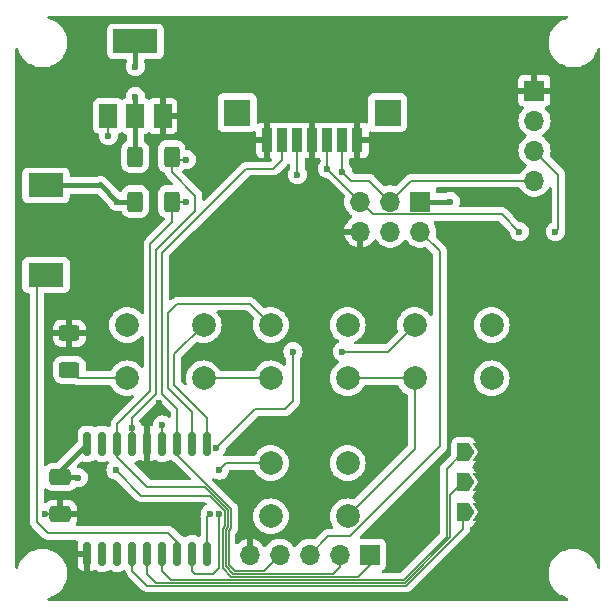
<source format=gbr>
%TF.GenerationSoftware,KiCad,Pcbnew,7.0.8*%
%TF.CreationDate,2024-01-15T19:45:52-06:00*%
%TF.ProjectId,remote,72656d6f-7465-42e6-9b69-6361645f7063,rev?*%
%TF.SameCoordinates,Original*%
%TF.FileFunction,Copper,L2,Bot*%
%TF.FilePolarity,Positive*%
%FSLAX46Y46*%
G04 Gerber Fmt 4.6, Leading zero omitted, Abs format (unit mm)*
G04 Created by KiCad (PCBNEW 7.0.8) date 2024-01-15 19:45:52*
%MOMM*%
%LPD*%
G01*
G04 APERTURE LIST*
G04 Aperture macros list*
%AMRoundRect*
0 Rectangle with rounded corners*
0 $1 Rounding radius*
0 $2 $3 $4 $5 $6 $7 $8 $9 X,Y pos of 4 corners*
0 Add a 4 corners polygon primitive as box body*
4,1,4,$2,$3,$4,$5,$6,$7,$8,$9,$2,$3,0*
0 Add four circle primitives for the rounded corners*
1,1,$1+$1,$2,$3*
1,1,$1+$1,$4,$5*
1,1,$1+$1,$6,$7*
1,1,$1+$1,$8,$9*
0 Add four rect primitives between the rounded corners*
20,1,$1+$1,$2,$3,$4,$5,0*
20,1,$1+$1,$4,$5,$6,$7,0*
20,1,$1+$1,$6,$7,$8,$9,0*
20,1,$1+$1,$8,$9,$2,$3,0*%
%AMFreePoly0*
4,1,6,1.000000,0.000000,0.500000,-0.750000,-0.500000,-0.750000,-0.500000,0.750000,0.500000,0.750000,1.000000,0.000000,1.000000,0.000000,$1*%
%AMFreePoly1*
4,1,6,0.500000,-0.750000,-0.650000,-0.750000,-0.150000,0.000000,-0.650000,0.750000,0.500000,0.750000,0.500000,-0.750000,0.500000,-0.750000,$1*%
G04 Aperture macros list end*
%TA.AperFunction,ComponentPad*%
%ADD10O,1.700000X1.700000*%
%TD*%
%TA.AperFunction,ComponentPad*%
%ADD11R,1.700000X1.700000*%
%TD*%
%TA.AperFunction,SMDPad,CuDef*%
%ADD12FreePoly0,0.000000*%
%TD*%
%TA.AperFunction,SMDPad,CuDef*%
%ADD13FreePoly1,0.000000*%
%TD*%
%TA.AperFunction,ComponentPad*%
%ADD14C,2.000000*%
%TD*%
%TA.AperFunction,SMDPad,CuDef*%
%ADD15R,1.500000X2.000000*%
%TD*%
%TA.AperFunction,SMDPad,CuDef*%
%ADD16R,3.800000X2.000000*%
%TD*%
%TA.AperFunction,SMDPad,CuDef*%
%ADD17RoundRect,0.250000X-0.625000X0.400000X-0.625000X-0.400000X0.625000X-0.400000X0.625000X0.400000X0*%
%TD*%
%TA.AperFunction,SMDPad,CuDef*%
%ADD18RoundRect,0.250000X-0.650000X0.412500X-0.650000X-0.412500X0.650000X-0.412500X0.650000X0.412500X0*%
%TD*%
%TA.AperFunction,SMDPad,CuDef*%
%ADD19R,3.000000X2.000000*%
%TD*%
%TA.AperFunction,SMDPad,CuDef*%
%ADD20RoundRect,0.250000X-0.400000X-0.625000X0.400000X-0.625000X0.400000X0.625000X-0.400000X0.625000X0*%
%TD*%
%TA.AperFunction,ComponentPad*%
%ADD21R,2.300000X2.300000*%
%TD*%
%TA.AperFunction,SMDPad,CuDef*%
%ADD22R,0.900000X2.000000*%
%TD*%
%TA.AperFunction,SMDPad,CuDef*%
%ADD23RoundRect,0.150000X-0.150000X0.875000X-0.150000X-0.875000X0.150000X-0.875000X0.150000X0.875000X0*%
%TD*%
%TA.AperFunction,ViaPad*%
%ADD24C,0.600000*%
%TD*%
%TA.AperFunction,Conductor*%
%ADD25C,0.200000*%
%TD*%
%TA.AperFunction,Conductor*%
%ADD26C,0.127000*%
%TD*%
%TA.AperFunction,Conductor*%
%ADD27C,0.150000*%
%TD*%
%TA.AperFunction,Conductor*%
%ADD28C,0.400000*%
%TD*%
G04 APERTURE END LIST*
D10*
%TO.P,J6,5,Pin_5*%
%TO.N,GND*%
X120162000Y-81452000D03*
%TO.P,J6,4,Pin_4*%
%TO.N,/IRQ*%
X122702000Y-81452000D03*
%TO.P,J6,3,Pin_3*%
%TO.N,+5V*%
X125242000Y-81452000D03*
%TO.P,J6,2,Pin_2*%
%TO.N,/SCL*%
X127782000Y-81452000D03*
D11*
%TO.P,J6,1,Pin_1*%
%TO.N,/SDA*%
X130322000Y-81452000D03*
%TD*%
D12*
%TO.P,JP3,1,A*%
%TO.N,Net-(JP3-A)*%
X138250000Y-77851000D03*
D13*
%TO.P,JP3,2,B*%
%TO.N,GND*%
X139700000Y-77851000D03*
%TD*%
D12*
%TO.P,JP2,1,A*%
%TO.N,Net-(JP2-A)*%
X138250000Y-75311000D03*
D13*
%TO.P,JP2,2,B*%
%TO.N,GND*%
X139700000Y-75311000D03*
%TD*%
%TO.P,JP1,2,B*%
%TO.N,GND*%
X139700000Y-72771000D03*
D12*
%TO.P,JP1,1,A*%
%TO.N,Net-(JP1-A)*%
X138250000Y-72771000D03*
%TD*%
D14*
%TO.P,SW3,1,1*%
%TO.N,Net-(U2-GP2)*%
X134159000Y-62012000D03*
X140659000Y-62012000D03*
%TO.P,SW3,2,2*%
%TO.N,Net-(R3-Pad2)*%
X134159000Y-66512000D03*
X140659000Y-66512000D03*
%TD*%
%TO.P,SW2,1,1*%
%TO.N,Net-(U2-GP3)*%
X121967000Y-73696000D03*
X128467000Y-73696000D03*
%TO.P,SW2,2,2*%
%TO.N,Net-(R3-Pad2)*%
X121967000Y-78196000D03*
X128467000Y-78196000D03*
%TD*%
%TO.P,SW4,1,1*%
%TO.N,Net-(U2-GP1)*%
X109780000Y-62012000D03*
X116280000Y-62012000D03*
%TO.P,SW4,2,2*%
%TO.N,Net-(R3-Pad2)*%
X109780000Y-66512000D03*
X116280000Y-66512000D03*
%TD*%
%TO.P,SW1,1,1*%
%TO.N,Net-(U2-GP0)*%
X121967000Y-62012000D03*
X128467000Y-62012000D03*
%TO.P,SW1,2,2*%
%TO.N,Net-(R3-Pad2)*%
X121967000Y-66512000D03*
X128467000Y-66512000D03*
%TD*%
D11*
%TO.P,J3,1,Pin_1*%
%TO.N,+3V3*%
X134605000Y-51557000D03*
D10*
%TO.P,J3,2,Pin_2*%
%TO.N,+5V*%
X134605000Y-54097000D03*
%TO.P,J3,3,Pin_3*%
%TO.N,/SDA*%
X132065000Y-51557000D03*
%TO.P,J3,4,Pin_4*%
%TO.N,+5V*%
X132065000Y-54097000D03*
%TO.P,J3,5,Pin_5*%
%TO.N,/SCL*%
X129525000Y-51557000D03*
%TO.P,J3,6,Pin_6*%
%TO.N,GND*%
X129525000Y-54097000D03*
%TD*%
D11*
%TO.P,J2,1,Pin_1*%
%TO.N,GND*%
X144272000Y-42164000D03*
D10*
%TO.P,J2,2,Pin_2*%
%TO.N,+5V*%
X144272000Y-44704000D03*
%TO.P,J2,3,Pin_3*%
%TO.N,/SCL*%
X144272000Y-47244000D03*
%TO.P,J2,4,Pin_4*%
%TO.N,/SDA*%
X144272000Y-49784000D03*
%TD*%
D15*
%TO.P,U1,1,GND*%
%TO.N,GND*%
X112790000Y-44298000D03*
%TO.P,U1,2,VO*%
%TO.N,+3V3*%
X110490000Y-44298000D03*
D16*
X110490000Y-37998000D03*
D15*
%TO.P,U1,3,VI*%
%TO.N,+5V*%
X108190000Y-44298000D03*
%TD*%
D17*
%TO.P,R3,1*%
%TO.N,GND*%
X104902000Y-62712000D03*
%TO.P,R3,2*%
%TO.N,Net-(R3-Pad2)*%
X104902000Y-65812000D03*
%TD*%
D18*
%TO.P,C1,1*%
%TO.N,+3V3*%
X104140000Y-74891500D03*
%TO.P,C1,2*%
%TO.N,GND*%
X104140000Y-78016500D03*
%TD*%
D19*
%TO.P,BZ1,1,-*%
%TO.N,+3V3*%
X102906300Y-50190550D03*
%TO.P,BZ1,2,+*%
%TO.N,Net-(BZ1-+)*%
X102918900Y-57774550D03*
%TD*%
D20*
%TO.P,R2,1*%
%TO.N,+3V3*%
X110464000Y-51562000D03*
%TO.P,R2,2*%
%TO.N,/SCL*%
X113564000Y-51562000D03*
%TD*%
%TO.P,R1,1*%
%TO.N,+3V3*%
X110464000Y-47752000D03*
%TO.P,R1,2*%
%TO.N,/SDA*%
X113564000Y-47752000D03*
%TD*%
D21*
%TO.P,J1,9*%
%TO.N,N/C*%
X131838000Y-44022000D03*
%TO.P,J1,8*%
X119098000Y-44022000D03*
D22*
%TO.P,J1,7,Pin_7*%
%TO.N,GND*%
X121658000Y-46382000D03*
%TO.P,J1,6,Pin_6*%
%TO.N,/IRQ*%
X122928000Y-46382000D03*
%TO.P,J1,5,Pin_5*%
%TO.N,+5V*%
X124198000Y-46382000D03*
%TO.P,J1,4,Pin_4*%
%TO.N,GND*%
X125468000Y-46382000D03*
%TO.P,J1,3,Pin_3*%
%TO.N,/SCL*%
X126738000Y-46382000D03*
%TO.P,J1,2,Pin_2*%
%TO.N,/SDA*%
X128008000Y-46382000D03*
%TO.P,J1,1,Pin_1*%
%TO.N,GND*%
X129278000Y-46382000D03*
%TD*%
D23*
%TO.P,U2,18,VSS*%
%TO.N,GND*%
X106426000Y-81358000D03*
%TO.P,U2,17*%
%TO.N,N/C*%
X107696000Y-81358000D03*
%TO.P,U2,16*%
X108966000Y-81358000D03*
%TO.P,U2,15,GP7*%
%TO.N,Net-(JP3-A)*%
X110236000Y-81358000D03*
%TO.P,U2,14,GP6*%
%TO.N,Net-(JP2-A)*%
X111506000Y-81358000D03*
%TO.P,U2,13,GP5*%
%TO.N,Net-(JP1-A)*%
X112776000Y-81358000D03*
%TO.P,U2,12,GP4*%
%TO.N,Net-(BZ1-+)*%
X114046000Y-81358000D03*
%TO.P,U2,11,GP3*%
%TO.N,Net-(U2-GP3)*%
X115316000Y-81358000D03*
%TO.P,U2,10,GP2*%
%TO.N,Net-(U2-GP2)*%
X116586000Y-81358000D03*
%TO.P,U2,9,GP1*%
%TO.N,Net-(U2-GP1)*%
X116586000Y-72058000D03*
%TO.P,U2,8,GP0*%
%TO.N,Net-(U2-GP0)*%
X115316000Y-72058000D03*
%TO.P,U2,7,INT*%
%TO.N,/IRQ*%
X114046000Y-72058000D03*
%TO.P,U2,6,~{RESET}*%
%TO.N,+3V3*%
X112776000Y-72058000D03*
%TO.P,U2,5,ADDR*%
%TO.N,GND*%
X111506000Y-72058000D03*
%TO.P,U2,4,SDA*%
%TO.N,/SDA*%
X110236000Y-72058000D03*
%TO.P,U2,3,SCL*%
%TO.N,/SCL*%
X108966000Y-72058000D03*
%TO.P,U2,2*%
%TO.N,N/C*%
X107696000Y-72058000D03*
%TO.P,U2,1,VDD*%
%TO.N,+3V3*%
X106426000Y-72058000D03*
%TD*%
D24*
%TO.N,+5V*%
X124206000Y-49276000D03*
%TO.N,Net-(U2-GP2)*%
X128016000Y-64262000D03*
X123825000Y-64262000D03*
%TO.N,GND*%
X112522000Y-68580000D03*
X108077000Y-70104000D03*
%TO.N,+3V3*%
X112776000Y-70485000D03*
%TO.N,/SDA*%
X110236000Y-70739000D03*
X108839000Y-74295000D03*
%TO.N,Net-(U2-GP3)*%
X117602000Y-74295000D03*
%TO.N,Net-(U2-GP2)*%
X117348000Y-72390000D03*
%TO.N,Net-(U2-GP3)*%
X117602000Y-77978000D03*
%TO.N,Net-(U2-GP2)*%
X116840000Y-77978000D03*
%TO.N,+3V3*%
X137160000Y-51562000D03*
X110490000Y-40132000D03*
X108966000Y-51562000D03*
X105664000Y-74930000D03*
X110490000Y-42672000D03*
%TO.N,GND*%
X101092000Y-77978000D03*
X102870000Y-77978000D03*
X146050000Y-57150000D03*
%TO.N,+5V*%
X108204000Y-45974000D03*
%TO.N,/SCL*%
X114808000Y-51562000D03*
X126741000Y-48773000D03*
X143002000Y-54102000D03*
X146050000Y-54102000D03*
%TO.N,/SDA*%
X128016000Y-49022000D03*
X114808000Y-48006000D03*
%TD*%
D25*
%TO.N,+5V*%
X124198000Y-49268000D02*
X124198000Y-46382000D01*
X124206000Y-49276000D02*
X124198000Y-49268000D01*
%TO.N,Net-(U2-GP2)*%
X123825000Y-68453000D02*
X123825000Y-64262000D01*
X123190000Y-69088000D02*
X123825000Y-68453000D01*
X131909000Y-64262000D02*
X134159000Y-62012000D01*
X128016000Y-64262000D02*
X131909000Y-64262000D01*
%TO.N,Net-(R3-Pad2)*%
X128467000Y-66512000D02*
X132207000Y-66512000D01*
X132207000Y-66512000D02*
X134159000Y-66512000D01*
%TO.N,Net-(U2-GP2)*%
X120650000Y-69088000D02*
X117348000Y-72390000D01*
X123190000Y-69088000D02*
X120650000Y-69088000D01*
%TO.N,+5V*%
X136271000Y-55763000D02*
X134605000Y-54097000D01*
X136271000Y-72263000D02*
X136271000Y-55763000D01*
X128651000Y-79883000D02*
X136271000Y-72263000D01*
X125242000Y-81452000D02*
X126811000Y-79883000D01*
X126811000Y-79883000D02*
X128651000Y-79883000D01*
D26*
%TO.N,Net-(JP1-A)*%
X136837790Y-79941790D02*
X136837790Y-74183210D01*
X133213580Y-83566000D02*
X136837790Y-79941790D01*
X113538000Y-83566000D02*
X133213580Y-83566000D01*
X136837790Y-74183210D02*
X138250000Y-72771000D01*
X112776000Y-82804000D02*
X113538000Y-83566000D01*
X112776000Y-81358000D02*
X112776000Y-82804000D01*
%TO.N,Net-(JP2-A)*%
X133318790Y-83820000D02*
X137160000Y-79978790D01*
X111506000Y-83058000D02*
X112268000Y-83820000D01*
X112268000Y-83820000D02*
X133318790Y-83820000D01*
X111506000Y-81358000D02*
X111506000Y-83058000D01*
X137160000Y-79978790D02*
X137160000Y-76401000D01*
X137160000Y-76401000D02*
X138250000Y-75311000D01*
%TO.N,Net-(JP3-A)*%
X138250000Y-79248000D02*
X138250000Y-77851000D01*
D25*
%TO.N,+3V3*%
X112776000Y-72058000D02*
X112776000Y-70485000D01*
D26*
%TO.N,/SDA*%
X110236000Y-70739000D02*
X110236000Y-72058000D01*
X110998000Y-76454000D02*
X108839000Y-74295000D01*
X116771672Y-76454000D02*
X110998000Y-76454000D01*
X118092500Y-79023000D02*
X118092500Y-77774828D01*
X129312000Y-83312000D02*
X118618000Y-83312000D01*
X118618000Y-83312000D02*
X117867500Y-82561500D01*
X117867500Y-82561500D02*
X117867500Y-79248000D01*
X130322000Y-82302000D02*
X129312000Y-83312000D01*
X117867500Y-79248000D02*
X118092500Y-79023000D01*
X118092500Y-77774828D02*
X116771672Y-76454000D01*
X130322000Y-81452000D02*
X130322000Y-82302000D01*
%TO.N,/SCL*%
X108966000Y-73152000D02*
X108966000Y-72058000D01*
X111506000Y-75692000D02*
X108966000Y-73152000D01*
%TO.N,/IRQ*%
X114046000Y-73025000D02*
X114046000Y-72058000D01*
X114681000Y-73660000D02*
X114046000Y-73025000D01*
X114696092Y-73660000D02*
X114681000Y-73660000D01*
X118618000Y-77581908D02*
X114696092Y-73660000D01*
X118375500Y-79458420D02*
X118618000Y-79215920D01*
X118375500Y-82296000D02*
X118375500Y-79458420D01*
X118618000Y-79215920D02*
X118618000Y-77581908D01*
X118883500Y-82804000D02*
X118375500Y-82296000D01*
X122702000Y-81452000D02*
X121350000Y-82804000D01*
X121350000Y-82804000D02*
X118883500Y-82804000D01*
%TO.N,Net-(U2-GP3)*%
X118201000Y-73696000D02*
X121967000Y-73696000D01*
X117602000Y-74295000D02*
X118201000Y-73696000D01*
%TO.N,/SCL*%
X116368882Y-75692000D02*
X111506000Y-75692000D01*
X118364000Y-77687118D02*
X116368882Y-75692000D01*
X118364000Y-79110710D02*
X118364000Y-77687118D01*
X118121500Y-79353210D02*
X118364000Y-79110710D01*
X118121500Y-82456290D02*
X118121500Y-79353210D01*
X118723210Y-83058000D02*
X118121500Y-82456290D01*
X127254000Y-83058000D02*
X118723210Y-83058000D01*
X127782000Y-82530000D02*
X127254000Y-83058000D01*
X127782000Y-81452000D02*
X127782000Y-82530000D01*
D27*
%TO.N,Net-(U2-GP3)*%
X117602000Y-82550000D02*
X117602000Y-77978000D01*
X117094000Y-83058000D02*
X117602000Y-82550000D01*
X115570000Y-83058000D02*
X117094000Y-83058000D01*
X115316000Y-82804000D02*
X115570000Y-83058000D01*
%TO.N,Net-(U2-GP2)*%
X116586000Y-78232000D02*
X116840000Y-77978000D01*
X116586000Y-81358000D02*
X116586000Y-78232000D01*
D26*
%TO.N,Net-(U2-GP3)*%
X115316000Y-81358000D02*
X115316000Y-82804000D01*
D25*
%TO.N,Net-(R3-Pad2)*%
X134159000Y-72504000D02*
X128467000Y-78196000D01*
X134159000Y-66512000D02*
X134159000Y-72504000D01*
D26*
%TO.N,Net-(JP3-A)*%
X133424000Y-84074000D02*
X138250000Y-79248000D01*
X111506000Y-84074000D02*
X133424000Y-84074000D01*
X110236000Y-82804000D02*
X111506000Y-84074000D01*
X110236000Y-81358000D02*
X110236000Y-82804000D01*
D28*
%TO.N,+3V3*%
X104140000Y-74891500D02*
X104140000Y-74344000D01*
X105664000Y-74930000D02*
X105625500Y-74891500D01*
X107428650Y-50190550D02*
X102144300Y-50190550D01*
X110490000Y-44298000D02*
X110490000Y-42672000D01*
X108966000Y-51562000D02*
X107511600Y-50107600D01*
X107511600Y-50107600D02*
X107428650Y-50190550D01*
X110490000Y-37998000D02*
X110490000Y-40132000D01*
X134605000Y-51557000D02*
X137155000Y-51557000D01*
X110490000Y-44298000D02*
X110490000Y-47726000D01*
X104140000Y-74891500D02*
X105625500Y-74891500D01*
X137160000Y-51562000D02*
X137155000Y-51557000D01*
X104140000Y-74344000D02*
X106426000Y-72058000D01*
X110490000Y-47726000D02*
X110464000Y-47752000D01*
X110464000Y-51562000D02*
X108966000Y-51562000D01*
D25*
%TO.N,Net-(BZ1-+)*%
X102156900Y-78661900D02*
X102156900Y-57774550D01*
X114046000Y-80391000D02*
X114046000Y-81358000D01*
X103124000Y-79629000D02*
X102156900Y-78661900D01*
X103124000Y-79629000D02*
X113284000Y-79629000D01*
X113284000Y-79629000D02*
X114046000Y-80391000D01*
D27*
%TO.N,GND*%
X140230000Y-75184000D02*
X140230000Y-76454000D01*
D25*
X102908500Y-78016500D02*
X102870000Y-77978000D01*
X104140000Y-78016500D02*
X102908500Y-78016500D01*
D27*
X140230000Y-77724000D02*
X140230000Y-76454000D01*
D26*
%TO.N,/IRQ*%
X112776000Y-55880000D02*
X115062000Y-53594000D01*
D27*
X119888000Y-48768000D02*
X122174000Y-48768000D01*
X122174000Y-48768000D02*
X122928000Y-48014000D01*
D26*
X112776000Y-67818000D02*
X114046000Y-69088000D01*
X112776000Y-55880000D02*
X112776000Y-67818000D01*
D27*
X115062000Y-53594000D02*
X119888000Y-48768000D01*
X122928000Y-48014000D02*
X122928000Y-46382000D01*
D26*
X114046000Y-69088000D02*
X114046000Y-72058000D01*
D25*
%TO.N,+5V*%
X108204000Y-44312000D02*
X108190000Y-44298000D01*
X108204000Y-45974000D02*
X108204000Y-44312000D01*
D26*
%TO.N,/SCL*%
X126738000Y-46382000D02*
X126738000Y-48770000D01*
X146304000Y-49276000D02*
X146304000Y-53848000D01*
X113564000Y-51562000D02*
X113564000Y-53314000D01*
D27*
X114808000Y-51562000D02*
X113564000Y-51562000D01*
D26*
X108966000Y-70358000D02*
X108966000Y-72058000D01*
X141497011Y-52597011D02*
X143002000Y-54102000D01*
X129525000Y-51557000D02*
X130565011Y-52597011D01*
X130565011Y-52597011D02*
X141497011Y-52597011D01*
X111760000Y-55118000D02*
X111760000Y-67564000D01*
X113564000Y-53314000D02*
X111760000Y-55118000D01*
X126741000Y-48773000D02*
X129525000Y-51557000D01*
X144272000Y-47244000D02*
X146304000Y-49276000D01*
X146304000Y-53848000D02*
X146050000Y-54102000D01*
X126738000Y-48770000D02*
X126741000Y-48773000D01*
X111760000Y-67564000D02*
X108966000Y-70358000D01*
%TO.N,/SDA*%
X128778000Y-49784000D02*
X130292000Y-49784000D01*
X128016000Y-49022000D02*
X128778000Y-49784000D01*
X128008000Y-49014000D02*
X128016000Y-49022000D01*
D27*
X115570000Y-52324000D02*
X115062000Y-52832000D01*
D26*
X112268000Y-67818000D02*
X110236000Y-69850000D01*
D27*
X114808000Y-48006000D02*
X113818000Y-48006000D01*
X113564000Y-49048000D02*
X115570000Y-51054000D01*
D26*
X110236000Y-69850000D02*
X110236000Y-70739000D01*
D27*
X115570000Y-51054000D02*
X115570000Y-52324000D01*
D26*
X130292000Y-49784000D02*
X132065000Y-51557000D01*
X128008000Y-46382000D02*
X128008000Y-49014000D01*
D27*
X113564000Y-47752000D02*
X113564000Y-49048000D01*
D26*
X112268000Y-55626000D02*
X112268000Y-67818000D01*
D27*
X113818000Y-48006000D02*
X113564000Y-47752000D01*
D26*
X115062000Y-52832000D02*
X112268000Y-55626000D01*
X133838000Y-49784000D02*
X144272000Y-49784000D01*
X132065000Y-51557000D02*
X133838000Y-49784000D01*
D25*
%TO.N,Net-(R3-Pad2)*%
X109780000Y-66512000D02*
X105602000Y-66512000D01*
X105602000Y-66512000D02*
X104902000Y-65812000D01*
X121967000Y-66512000D02*
X116280000Y-66512000D01*
D26*
%TO.N,Net-(U2-GP0)*%
X120153000Y-60198000D02*
X121967000Y-62012000D01*
X115316000Y-72058000D02*
X115316000Y-69342000D01*
X113284000Y-67310000D02*
X113284000Y-60960000D01*
X113284000Y-60960000D02*
X114046000Y-60198000D01*
X115316000Y-69342000D02*
X113284000Y-67310000D01*
X114046000Y-60198000D02*
X120153000Y-60198000D01*
%TO.N,Net-(U2-GP1)*%
X113792000Y-67056000D02*
X113792000Y-64500000D01*
X116586000Y-69850000D02*
X113792000Y-67056000D01*
X113792000Y-64500000D02*
X116280000Y-62012000D01*
X116586000Y-72058000D02*
X116586000Y-69850000D01*
%TD*%
%TA.AperFunction,Conductor*%
%TO.N,GND*%
G36*
X107119474Y-73444652D02*
G01*
X107138233Y-73456708D01*
X107139189Y-73457449D01*
X107139193Y-73457453D01*
X107139197Y-73457455D01*
X107139198Y-73457456D01*
X107282394Y-73542143D01*
X107282397Y-73542143D01*
X107282399Y-73542145D01*
X107442169Y-73588562D01*
X107449634Y-73589149D01*
X107479494Y-73591500D01*
X107479498Y-73591500D01*
X107912506Y-73591500D01*
X107937388Y-73589541D01*
X107949831Y-73588562D01*
X108109601Y-73542145D01*
X108109605Y-73542142D01*
X108115974Y-73540292D01*
X108186970Y-73540495D01*
X108246586Y-73579049D01*
X108275895Y-73643713D01*
X108265591Y-73713958D01*
X108240224Y-73750383D01*
X108202886Y-73787721D01*
X108105958Y-73941981D01*
X108105957Y-73941984D01*
X108061879Y-74067954D01*
X108045783Y-74113953D01*
X108025384Y-74295000D01*
X108045783Y-74476047D01*
X108045783Y-74476049D01*
X108045784Y-74476050D01*
X108105957Y-74648015D01*
X108105958Y-74648018D01*
X108202887Y-74802279D01*
X108202888Y-74802281D01*
X108331718Y-74931111D01*
X108331720Y-74931112D01*
X108485981Y-75028041D01*
X108485982Y-75028041D01*
X108485985Y-75028043D01*
X108657953Y-75088217D01*
X108800472Y-75104275D01*
X108865921Y-75131776D01*
X108875456Y-75140386D01*
X110564104Y-76829034D01*
X110569536Y-76835228D01*
X110590045Y-76861955D01*
X110709532Y-76953641D01*
X110848678Y-77011277D01*
X110960508Y-77026000D01*
X110960514Y-77026000D01*
X110998000Y-77030935D01*
X111031388Y-77026540D01*
X111039619Y-77026000D01*
X116398097Y-77026000D01*
X116466218Y-77046002D01*
X116512711Y-77099658D01*
X116522815Y-77169932D01*
X116493321Y-77234512D01*
X116465133Y-77258687D01*
X116332720Y-77341887D01*
X116332718Y-77341888D01*
X116203888Y-77470718D01*
X116203887Y-77470720D01*
X116106958Y-77624981D01*
X116106957Y-77624984D01*
X116058839Y-77762500D01*
X116046783Y-77796953D01*
X116041666Y-77842368D01*
X116026384Y-77978001D01*
X116029855Y-78008812D01*
X116021058Y-78071131D01*
X116017519Y-78079674D01*
X116017518Y-78079676D01*
X115997465Y-78231999D01*
X115997465Y-78232000D01*
X116001960Y-78266145D01*
X116002500Y-78274377D01*
X116002500Y-79814345D01*
X115982498Y-79882466D01*
X115928842Y-79928959D01*
X115858568Y-79939063D01*
X115812361Y-79922799D01*
X115729602Y-79873855D01*
X115569829Y-79827437D01*
X115532506Y-79824500D01*
X115532502Y-79824500D01*
X115099498Y-79824500D01*
X115099494Y-79824500D01*
X115062170Y-79827437D01*
X114902394Y-79873856D01*
X114759197Y-79958543D01*
X114758225Y-79959298D01*
X114757323Y-79959652D01*
X114752369Y-79962582D01*
X114751896Y-79961782D01*
X114692139Y-79985244D01*
X114622517Y-79971342D01*
X114603775Y-79959298D01*
X114602802Y-79958543D01*
X114459604Y-79873856D01*
X114459606Y-79873856D01*
X114391722Y-79854134D01*
X114337781Y-79822232D01*
X114049384Y-79533835D01*
X113745390Y-79229841D01*
X113739963Y-79223653D01*
X113717987Y-79195013D01*
X113686074Y-79170525D01*
X113686072Y-79170523D01*
X113624528Y-79123298D01*
X113590882Y-79097480D01*
X113590874Y-79097475D01*
X113442849Y-79036161D01*
X113420169Y-79033176D01*
X113323885Y-79020500D01*
X113323881Y-79020500D01*
X113320205Y-79020016D01*
X113320197Y-79020015D01*
X113284002Y-79015250D01*
X113283999Y-79015250D01*
X113248219Y-79019960D01*
X113239988Y-79020500D01*
X105541511Y-79020500D01*
X105473390Y-79000498D01*
X105426897Y-78946842D01*
X105416793Y-78876568D01*
X105434270Y-78828354D01*
X105481656Y-78751527D01*
X105537393Y-78583321D01*
X105537394Y-78583318D01*
X105547999Y-78479516D01*
X105548000Y-78479516D01*
X105548000Y-78270500D01*
X104012000Y-78270500D01*
X103943879Y-78250498D01*
X103897386Y-78196842D01*
X103886000Y-78144500D01*
X103886000Y-76846000D01*
X104394000Y-76846000D01*
X104394000Y-77762500D01*
X105548000Y-77762500D01*
X105548000Y-77553483D01*
X105537394Y-77449681D01*
X105537393Y-77449678D01*
X105481657Y-77281474D01*
X105388634Y-77130660D01*
X105388629Y-77130654D01*
X105263345Y-77005370D01*
X105263339Y-77005365D01*
X105112525Y-76912342D01*
X104944321Y-76856606D01*
X104944318Y-76856605D01*
X104840516Y-76846000D01*
X104394000Y-76846000D01*
X103886000Y-76846000D01*
X103439483Y-76846000D01*
X103335681Y-76856605D01*
X103335678Y-76856606D01*
X103167474Y-76912342D01*
X103016660Y-77005365D01*
X103016654Y-77005370D01*
X102980495Y-77041530D01*
X102918183Y-77075556D01*
X102847368Y-77070491D01*
X102790532Y-77027944D01*
X102765721Y-76961424D01*
X102765400Y-76952435D01*
X102765400Y-75956273D01*
X102785402Y-75888152D01*
X102839058Y-75841659D01*
X102909332Y-75831555D01*
X102973912Y-75861049D01*
X102980495Y-75867178D01*
X103016341Y-75903024D01*
X103016347Y-75903029D01*
X103016348Y-75903030D01*
X103167262Y-75996115D01*
X103335574Y-76051887D01*
X103439455Y-76062500D01*
X104840544Y-76062499D01*
X104944426Y-76051887D01*
X105112738Y-75996115D01*
X105263652Y-75903030D01*
X105389030Y-75777652D01*
X105389035Y-75777642D01*
X105392824Y-75772852D01*
X105450763Y-75731819D01*
X105505768Y-75725787D01*
X105664000Y-75743616D01*
X105845047Y-75723217D01*
X106017015Y-75663043D01*
X106171281Y-75566111D01*
X106300111Y-75437281D01*
X106397043Y-75283015D01*
X106457217Y-75111047D01*
X106477616Y-74930000D01*
X106457217Y-74748953D01*
X106397043Y-74576985D01*
X106397041Y-74576982D01*
X106397041Y-74576981D01*
X106300112Y-74422720D01*
X106300111Y-74422718D01*
X106171281Y-74293888D01*
X106171279Y-74293887D01*
X106017018Y-74196958D01*
X106017015Y-74196957D01*
X105977725Y-74183209D01*
X105845047Y-74136783D01*
X105664000Y-74116384D01*
X105663999Y-74116384D01*
X105659393Y-74115865D01*
X105593940Y-74088361D01*
X105553747Y-74029837D01*
X105551576Y-73958874D01*
X105584404Y-73901564D01*
X105906573Y-73579395D01*
X105968883Y-73545371D01*
X106030813Y-73547494D01*
X106172169Y-73588562D01*
X106179634Y-73589149D01*
X106209494Y-73591500D01*
X106209498Y-73591500D01*
X106642506Y-73591500D01*
X106667388Y-73589541D01*
X106679831Y-73588562D01*
X106839601Y-73542145D01*
X106839603Y-73542143D01*
X106839605Y-73542143D01*
X106905186Y-73503358D01*
X106982807Y-73457453D01*
X106982814Y-73457445D01*
X106983767Y-73456708D01*
X106984662Y-73456356D01*
X106989631Y-73453418D01*
X106990104Y-73454219D01*
X107049850Y-73430756D01*
X107119474Y-73444652D01*
G37*
%TD.AperFunction*%
%TA.AperFunction,Conductor*%
G36*
X112566033Y-68433064D02*
G01*
X112611095Y-68462025D01*
X113437095Y-69288025D01*
X113471121Y-69350337D01*
X113474000Y-69377120D01*
X113474000Y-69740745D01*
X113453998Y-69808866D01*
X113400342Y-69855359D01*
X113330068Y-69865463D01*
X113280964Y-69847432D01*
X113129018Y-69751958D01*
X113129015Y-69751957D01*
X112957050Y-69691784D01*
X112957049Y-69691783D01*
X112957047Y-69691783D01*
X112776000Y-69671384D01*
X112594953Y-69691783D01*
X112594950Y-69691783D01*
X112594949Y-69691784D01*
X112422984Y-69751957D01*
X112422981Y-69751958D01*
X112268720Y-69848887D01*
X112268718Y-69848888D01*
X112139888Y-69977718D01*
X112139887Y-69977720D01*
X112042958Y-70131981D01*
X112042957Y-70131984D01*
X112008059Y-70231719D01*
X111982783Y-70303953D01*
X111974675Y-70375905D01*
X111968021Y-70434966D01*
X111940517Y-70500418D01*
X111881992Y-70540611D01*
X111811029Y-70542782D01*
X111807659Y-70541854D01*
X111760000Y-70528007D01*
X111760000Y-73587991D01*
X111919399Y-73541681D01*
X112062493Y-73457056D01*
X112063353Y-73456390D01*
X112064150Y-73456076D01*
X112069321Y-73453019D01*
X112069813Y-73453852D01*
X112129437Y-73430437D01*
X112199060Y-73444332D01*
X112217816Y-73456385D01*
X112219196Y-73457455D01*
X112362394Y-73542143D01*
X112362397Y-73542143D01*
X112362399Y-73542145D01*
X112522169Y-73588562D01*
X112529634Y-73589149D01*
X112559494Y-73591500D01*
X112559498Y-73591500D01*
X112992506Y-73591500D01*
X113017388Y-73589541D01*
X113029831Y-73588562D01*
X113189601Y-73542145D01*
X113189603Y-73542143D01*
X113189605Y-73542143D01*
X113255186Y-73503358D01*
X113332807Y-73457453D01*
X113332814Y-73457445D01*
X113333767Y-73456708D01*
X113334662Y-73456356D01*
X113339631Y-73453418D01*
X113340104Y-73454219D01*
X113399850Y-73430756D01*
X113469474Y-73444652D01*
X113488233Y-73456708D01*
X113489189Y-73457449D01*
X113489193Y-73457453D01*
X113489197Y-73457455D01*
X113489198Y-73457456D01*
X113632394Y-73542143D01*
X113632397Y-73542143D01*
X113632399Y-73542145D01*
X113773032Y-73583002D01*
X113826974Y-73614904D01*
X114247104Y-74035034D01*
X114252536Y-74041228D01*
X114273045Y-74067955D01*
X114299638Y-74088361D01*
X114364633Y-74138234D01*
X114370826Y-74143665D01*
X115132068Y-74904906D01*
X115166092Y-74967217D01*
X115161028Y-75038032D01*
X115118481Y-75094868D01*
X115051961Y-75119679D01*
X115042972Y-75120000D01*
X111795121Y-75120000D01*
X111727000Y-75099998D01*
X111706026Y-75083095D01*
X111098978Y-74476047D01*
X110424355Y-73801425D01*
X110390331Y-73739114D01*
X110395395Y-73668299D01*
X110437942Y-73611463D01*
X110483946Y-73591384D01*
X110483648Y-73590358D01*
X110489829Y-73588562D01*
X110489831Y-73588562D01*
X110649601Y-73542145D01*
X110649603Y-73542143D01*
X110649605Y-73542143D01*
X110752342Y-73481384D01*
X110792807Y-73457453D01*
X110792815Y-73457444D01*
X110794176Y-73456390D01*
X110795454Y-73455887D01*
X110799631Y-73453418D01*
X110800029Y-73454091D01*
X110860259Y-73430437D01*
X110929883Y-73444332D01*
X110948639Y-73456385D01*
X110949500Y-73457052D01*
X111092600Y-73541681D01*
X111252000Y-73587991D01*
X111252000Y-70528007D01*
X111251999Y-70528006D01*
X111154913Y-70556213D01*
X111083917Y-70556010D01*
X111024300Y-70517456D01*
X111000831Y-70476831D01*
X110973813Y-70399618D01*
X110969043Y-70385985D01*
X110969041Y-70385982D01*
X110969041Y-70385981D01*
X110872112Y-70231720D01*
X110872111Y-70231718D01*
X110856756Y-70216363D01*
X110822730Y-70154051D01*
X110827795Y-70083236D01*
X110856754Y-70038175D01*
X112432905Y-68462025D01*
X112495217Y-68427999D01*
X112566033Y-68433064D01*
G37*
%TD.AperFunction*%
%TA.AperFunction,Conductor*%
G36*
X147093214Y-35834002D02*
G01*
X147139707Y-35887658D01*
X147149811Y-35957932D01*
X147120317Y-36022512D01*
X147060591Y-36060896D01*
X147050732Y-36063363D01*
X147042254Y-36065125D01*
X147005974Y-36072664D01*
X147005966Y-36072666D01*
X146735196Y-36168898D01*
X146480061Y-36301100D01*
X146245302Y-36466811D01*
X146035294Y-36662944D01*
X146035184Y-36663080D01*
X145853945Y-36885853D01*
X145815324Y-36949362D01*
X145704639Y-37131375D01*
X145590157Y-37394939D01*
X145512628Y-37671642D01*
X145473500Y-37956311D01*
X145473500Y-38243688D01*
X145512628Y-38528357D01*
X145544852Y-38643365D01*
X145590156Y-38805058D01*
X145704639Y-39068625D01*
X145853945Y-39314147D01*
X146035292Y-39537053D01*
X146245302Y-39733189D01*
X146480064Y-39898901D01*
X146580512Y-39950949D01*
X146735196Y-40031101D01*
X146735199Y-40031102D01*
X146735203Y-40031104D01*
X147005968Y-40127334D01*
X147287314Y-40185798D01*
X147287325Y-40185798D01*
X147287327Y-40185799D01*
X147420198Y-40194887D01*
X147502248Y-40200500D01*
X147502249Y-40200500D01*
X147645751Y-40200500D01*
X147645752Y-40200500D01*
X147778469Y-40191421D01*
X147860672Y-40185799D01*
X147860672Y-40185798D01*
X147860686Y-40185798D01*
X148142032Y-40127334D01*
X148412797Y-40031104D01*
X148667936Y-39898901D01*
X148902698Y-39733189D01*
X149112708Y-39537053D01*
X149294055Y-39314147D01*
X149443361Y-39068625D01*
X149557844Y-38805058D01*
X149612672Y-38609369D01*
X149650311Y-38549173D01*
X149714521Y-38518880D01*
X149784915Y-38528110D01*
X149839144Y-38573933D01*
X149859990Y-38641800D01*
X149860000Y-38643365D01*
X149860000Y-82514634D01*
X149839998Y-82582755D01*
X149786342Y-82629248D01*
X149716068Y-82639352D01*
X149651488Y-82609858D01*
X149613104Y-82550132D01*
X149612672Y-82548628D01*
X149612554Y-82548207D01*
X149557844Y-82352942D01*
X149443361Y-82089375D01*
X149294055Y-81843853D01*
X149112708Y-81620947D01*
X148902698Y-81424811D01*
X148754426Y-81320150D01*
X148667938Y-81259100D01*
X148412803Y-81126898D01*
X148142033Y-81030666D01*
X148142025Y-81030664D01*
X148014980Y-81004264D01*
X147860686Y-80972202D01*
X147860681Y-80972201D01*
X147860678Y-80972201D01*
X147860672Y-80972200D01*
X147658986Y-80958405D01*
X147645752Y-80957500D01*
X147502248Y-80957500D01*
X147489781Y-80958352D01*
X147287327Y-80972200D01*
X147287321Y-80972201D01*
X147287317Y-80972201D01*
X147287314Y-80972202D01*
X147181424Y-80994206D01*
X147005974Y-81030664D01*
X147005966Y-81030666D01*
X146735196Y-81126898D01*
X146480061Y-81259100D01*
X146245302Y-81424811D01*
X146035294Y-81620944D01*
X145853947Y-81843850D01*
X145704639Y-82089375D01*
X145590157Y-82352939D01*
X145512628Y-82629642D01*
X145473500Y-82914311D01*
X145473500Y-83201688D01*
X145512628Y-83486357D01*
X145544852Y-83601365D01*
X145590156Y-83763058D01*
X145704639Y-84026625D01*
X145853945Y-84272147D01*
X146035292Y-84495053D01*
X146245302Y-84691189D01*
X146480064Y-84856901D01*
X146586030Y-84911808D01*
X146735196Y-84989101D01*
X146735199Y-84989102D01*
X146735203Y-84989104D01*
X147005968Y-85085334D01*
X147050728Y-85094635D01*
X147113355Y-85128078D01*
X147147959Y-85190071D01*
X147143554Y-85260931D01*
X147101538Y-85318160D01*
X147035252Y-85343590D01*
X147025093Y-85344000D01*
X103164907Y-85344000D01*
X103096786Y-85323998D01*
X103050293Y-85270342D01*
X103040189Y-85200068D01*
X103069683Y-85135488D01*
X103129409Y-85097104D01*
X103139267Y-85094636D01*
X103184032Y-85085334D01*
X103454797Y-84989104D01*
X103709936Y-84856901D01*
X103944698Y-84691189D01*
X104154708Y-84495053D01*
X104336055Y-84272147D01*
X104485361Y-84026625D01*
X104599844Y-83763058D01*
X104677371Y-83486358D01*
X104687876Y-83409927D01*
X104716499Y-83201688D01*
X104716500Y-83201678D01*
X104716500Y-82914321D01*
X104716499Y-82914311D01*
X104677371Y-82629642D01*
X104664234Y-82582755D01*
X104599844Y-82352942D01*
X104485361Y-82089375D01*
X104336055Y-81843853D01*
X104154708Y-81620947D01*
X104145128Y-81612000D01*
X105618001Y-81612000D01*
X105618001Y-82299458D01*
X105620934Y-82336750D01*
X105667318Y-82496400D01*
X105751948Y-82639501D01*
X105751949Y-82639503D01*
X105869497Y-82757051D01*
X106012600Y-82841681D01*
X106172000Y-82887991D01*
X106172000Y-81612000D01*
X105618001Y-81612000D01*
X104145128Y-81612000D01*
X103944698Y-81424811D01*
X103796426Y-81320150D01*
X103709938Y-81259100D01*
X103454803Y-81126898D01*
X103184033Y-81030666D01*
X103184025Y-81030664D01*
X103056980Y-81004264D01*
X102902686Y-80972202D01*
X102902681Y-80972201D01*
X102902678Y-80972201D01*
X102902672Y-80972200D01*
X102700986Y-80958405D01*
X102687752Y-80957500D01*
X102544248Y-80957500D01*
X102531781Y-80958352D01*
X102329327Y-80972200D01*
X102329321Y-80972201D01*
X102329317Y-80972201D01*
X102329314Y-80972202D01*
X102223424Y-80994206D01*
X102047974Y-81030664D01*
X102047966Y-81030666D01*
X101777196Y-81126898D01*
X101522061Y-81259100D01*
X101287302Y-81424811D01*
X101077294Y-81620944D01*
X100895947Y-81843850D01*
X100746639Y-82089375D01*
X100633157Y-82350638D01*
X100632156Y-82352942D01*
X100577446Y-82548207D01*
X100577328Y-82548628D01*
X100539689Y-82608827D01*
X100475479Y-82639119D01*
X100405085Y-82629889D01*
X100350856Y-82584066D01*
X100330010Y-82516199D01*
X100330000Y-82514634D01*
X100330000Y-58823199D01*
X100910400Y-58823199D01*
X100916909Y-58883746D01*
X100916911Y-58883754D01*
X100968010Y-59020752D01*
X100968012Y-59020757D01*
X101055638Y-59137811D01*
X101172692Y-59225437D01*
X101172694Y-59225438D01*
X101172696Y-59225439D01*
X101231775Y-59247474D01*
X101309695Y-59276538D01*
X101309703Y-59276540D01*
X101370250Y-59283049D01*
X101370255Y-59283049D01*
X101370262Y-59283050D01*
X101422400Y-59283050D01*
X101490521Y-59303052D01*
X101537014Y-59356708D01*
X101548400Y-59409050D01*
X101548400Y-78617888D01*
X101547860Y-78626119D01*
X101543150Y-78661900D01*
X101548400Y-78701779D01*
X101548400Y-78701785D01*
X101560795Y-78795933D01*
X101564062Y-78820751D01*
X101587182Y-78876568D01*
X101625375Y-78968774D01*
X101625380Y-78968782D01*
X101666638Y-79022549D01*
X101698423Y-79063972D01*
X101698425Y-79063974D01*
X101722913Y-79095887D01*
X101739489Y-79108606D01*
X101751547Y-79117859D01*
X101757749Y-79123298D01*
X102662601Y-80028149D01*
X102668036Y-80034346D01*
X102669873Y-80036740D01*
X102690013Y-80062987D01*
X102721929Y-80087477D01*
X102817120Y-80160522D01*
X102817123Y-80160523D01*
X102817124Y-80160524D01*
X102965149Y-80221838D01*
X102984543Y-80224391D01*
X103084115Y-80237500D01*
X103084120Y-80237500D01*
X103124000Y-80242750D01*
X103159781Y-80238040D01*
X103168012Y-80237500D01*
X105495784Y-80237500D01*
X105563905Y-80257502D01*
X105610398Y-80311158D01*
X105621396Y-80373384D01*
X105618000Y-80416539D01*
X105618000Y-81104000D01*
X106554000Y-81104000D01*
X106622121Y-81124002D01*
X106668614Y-81177658D01*
X106680000Y-81230000D01*
X106680000Y-82887991D01*
X106839399Y-82841681D01*
X106982493Y-82757056D01*
X106983353Y-82756390D01*
X106984150Y-82756076D01*
X106989321Y-82753019D01*
X106989813Y-82753852D01*
X107049437Y-82730437D01*
X107119060Y-82744332D01*
X107137816Y-82756385D01*
X107139196Y-82757455D01*
X107282394Y-82842143D01*
X107282397Y-82842143D01*
X107282399Y-82842145D01*
X107442169Y-82888562D01*
X107449634Y-82889149D01*
X107479494Y-82891500D01*
X107479498Y-82891500D01*
X107912506Y-82891500D01*
X107937388Y-82889541D01*
X107949831Y-82888562D01*
X108109601Y-82842145D01*
X108109603Y-82842143D01*
X108109605Y-82842143D01*
X108166883Y-82808268D01*
X108252807Y-82757453D01*
X108252814Y-82757445D01*
X108253767Y-82756708D01*
X108254662Y-82756356D01*
X108259631Y-82753418D01*
X108260104Y-82754219D01*
X108319850Y-82730756D01*
X108389474Y-82744652D01*
X108408233Y-82756708D01*
X108409189Y-82757449D01*
X108409193Y-82757453D01*
X108409197Y-82757455D01*
X108409198Y-82757456D01*
X108552394Y-82842143D01*
X108552397Y-82842143D01*
X108552399Y-82842145D01*
X108712169Y-82888562D01*
X108719634Y-82889149D01*
X108749494Y-82891500D01*
X108749498Y-82891500D01*
X109182506Y-82891500D01*
X109207388Y-82889541D01*
X109219831Y-82888562D01*
X109379601Y-82842145D01*
X109479369Y-82783141D01*
X109548185Y-82765682D01*
X109615517Y-82788198D01*
X109659986Y-82843543D01*
X109668431Y-82875149D01*
X109676185Y-82934046D01*
X109678723Y-82953322D01*
X109736357Y-83092465D01*
X109771707Y-83138535D01*
X109820166Y-83201688D01*
X109828045Y-83211955D01*
X109841533Y-83222305D01*
X109854771Y-83232463D01*
X109860964Y-83237894D01*
X111072107Y-84449037D01*
X111077540Y-84455232D01*
X111098047Y-84481957D01*
X111168773Y-84536227D01*
X111217532Y-84573641D01*
X111356678Y-84631277D01*
X111468508Y-84646000D01*
X111468514Y-84646000D01*
X111506000Y-84650935D01*
X111539388Y-84646540D01*
X111547619Y-84646000D01*
X133382381Y-84646000D01*
X133390612Y-84646540D01*
X133404138Y-84648320D01*
X133424000Y-84650935D01*
X133461486Y-84646000D01*
X133461492Y-84646000D01*
X133573322Y-84631277D01*
X133712468Y-84573641D01*
X133831955Y-84481955D01*
X133852470Y-84455217D01*
X133857884Y-84449044D01*
X138625044Y-79681884D01*
X138631218Y-79676469D01*
X138657955Y-79655955D01*
X138692949Y-79610351D01*
X138749642Y-79536467D01*
X138785866Y-79449012D01*
X138807277Y-79397322D01*
X138826936Y-79248000D01*
X138823375Y-79220954D01*
X138834314Y-79150807D01*
X138881441Y-79097708D01*
X138914829Y-79083035D01*
X138955528Y-79071824D01*
X139079850Y-78994849D01*
X139177448Y-78885966D01*
X139587759Y-78270500D01*
X139677448Y-78135967D01*
X139681099Y-78130284D01*
X139686782Y-78121442D01*
X139745282Y-77987431D01*
X139763656Y-77842368D01*
X139740418Y-77698004D01*
X139677448Y-77566034D01*
X139677445Y-77566030D01*
X139677444Y-77566027D01*
X139177446Y-76816031D01*
X139177447Y-76816032D01*
X139138248Y-76764577D01*
X139034891Y-76675017D01*
X138996508Y-76615291D01*
X138996508Y-76544294D01*
X139034892Y-76484568D01*
X139051077Y-76472664D01*
X139079850Y-76454849D01*
X139177448Y-76345966D01*
X139579015Y-75743616D01*
X139677448Y-75595967D01*
X139681099Y-75590284D01*
X139686782Y-75581442D01*
X139745282Y-75447431D01*
X139763656Y-75302368D01*
X139740418Y-75158004D01*
X139677448Y-75026034D01*
X139677445Y-75026030D01*
X139677444Y-75026027D01*
X139177446Y-74276031D01*
X139177447Y-74276032D01*
X139156923Y-74249091D01*
X139138250Y-74224579D01*
X139133769Y-74220696D01*
X139034891Y-74135017D01*
X138996508Y-74075291D01*
X138996508Y-74004294D01*
X139034892Y-73944568D01*
X139051077Y-73932664D01*
X139079850Y-73914849D01*
X139177448Y-73805966D01*
X139495677Y-73328623D01*
X139677448Y-73055967D01*
X139683712Y-73046219D01*
X139686782Y-73041442D01*
X139745282Y-72907431D01*
X139763656Y-72762368D01*
X139740418Y-72618004D01*
X139677448Y-72486034D01*
X139677445Y-72486030D01*
X139677444Y-72486027D01*
X139177446Y-71736031D01*
X139177447Y-71736032D01*
X139138248Y-71684577D01*
X139138244Y-71684572D01*
X139027747Y-71588827D01*
X139027743Y-71588824D01*
X138894734Y-71528081D01*
X138894727Y-71528079D01*
X138750006Y-71507271D01*
X138750000Y-71507271D01*
X137750000Y-71507271D01*
X137724173Y-71509118D01*
X137676892Y-71512499D01*
X137676884Y-71512501D01*
X137536589Y-71553696D01*
X137536587Y-71553697D01*
X137413579Y-71632749D01*
X137317824Y-71743256D01*
X137257081Y-71876265D01*
X137257079Y-71876272D01*
X137236271Y-72020993D01*
X137236271Y-72923607D01*
X137216269Y-72991728D01*
X137199366Y-73012703D01*
X136462757Y-73749311D01*
X136456556Y-73754749D01*
X136429836Y-73775253D01*
X136406813Y-73805256D01*
X136390339Y-73826727D01*
X136361720Y-73864024D01*
X136343618Y-73887614D01*
X136338151Y-73894739D01*
X136338148Y-73894743D01*
X136280512Y-74033889D01*
X136276812Y-74061997D01*
X136265790Y-74145718D01*
X136265790Y-74145723D01*
X136265790Y-74145724D01*
X136260855Y-74183209D01*
X136260855Y-74183210D01*
X136265250Y-74216596D01*
X136265790Y-74224828D01*
X136265790Y-79652670D01*
X136245788Y-79720791D01*
X136228885Y-79741765D01*
X133013555Y-82957095D01*
X132951243Y-82991121D01*
X132924460Y-82994000D01*
X131470130Y-82994000D01*
X131402009Y-82973998D01*
X131355516Y-82920342D01*
X131345412Y-82850068D01*
X131374906Y-82785488D01*
X131411769Y-82759898D01*
X131410299Y-82757205D01*
X131418201Y-82752889D01*
X131418204Y-82752889D01*
X131429208Y-82744652D01*
X131535261Y-82665261D01*
X131622887Y-82548207D01*
X131622888Y-82548205D01*
X131622889Y-82548204D01*
X131667976Y-82427323D01*
X131673988Y-82411204D01*
X131673990Y-82411196D01*
X131680499Y-82350649D01*
X131680500Y-82350632D01*
X131680500Y-80553367D01*
X131680499Y-80553350D01*
X131673990Y-80492803D01*
X131673988Y-80492795D01*
X131629449Y-80373384D01*
X131622889Y-80355796D01*
X131622888Y-80355794D01*
X131622887Y-80355792D01*
X131535261Y-80238738D01*
X131418207Y-80151112D01*
X131418202Y-80151110D01*
X131281204Y-80100011D01*
X131281196Y-80100009D01*
X131220649Y-80093500D01*
X131220638Y-80093500D01*
X129605238Y-80093500D01*
X129537117Y-80073498D01*
X129490624Y-80019842D01*
X129480520Y-79949568D01*
X129510014Y-79884988D01*
X129516143Y-79878405D01*
X131273106Y-78121442D01*
X136670160Y-72724387D01*
X136676341Y-72718966D01*
X136704987Y-72696987D01*
X136723163Y-72673298D01*
X136723170Y-72673291D01*
X136787447Y-72589525D01*
X136794985Y-72579699D01*
X136802524Y-72569875D01*
X136863838Y-72421850D01*
X136879500Y-72302885D01*
X136879500Y-72302877D01*
X136884750Y-72263000D01*
X136884750Y-72262998D01*
X136880040Y-72227219D01*
X136879500Y-72218988D01*
X136879500Y-66512000D01*
X139145835Y-66512000D01*
X139164465Y-66748710D01*
X139219894Y-66979592D01*
X139226913Y-66996536D01*
X139310760Y-67198963D01*
X139429276Y-67392363D01*
X139434825Y-67401417D01*
X139434826Y-67401419D01*
X139589030Y-67581969D01*
X139769580Y-67736173D01*
X139769584Y-67736176D01*
X139972037Y-67860240D01*
X140191406Y-67951105D01*
X140422289Y-68006535D01*
X140659000Y-68025165D01*
X140895711Y-68006535D01*
X141126594Y-67951105D01*
X141345963Y-67860240D01*
X141548416Y-67736176D01*
X141728969Y-67581969D01*
X141883176Y-67401416D01*
X142007240Y-67198963D01*
X142098105Y-66979594D01*
X142153535Y-66748711D01*
X142172165Y-66512000D01*
X142153535Y-66275289D01*
X142098105Y-66044406D01*
X142007240Y-65825037D01*
X141883176Y-65622584D01*
X141881818Y-65620994D01*
X141728969Y-65442030D01*
X141548419Y-65287826D01*
X141548417Y-65287825D01*
X141548416Y-65287824D01*
X141345963Y-65163760D01*
X141197228Y-65102152D01*
X141126592Y-65072894D01*
X140968651Y-65034976D01*
X140895711Y-65017465D01*
X140659000Y-64998835D01*
X140422289Y-65017465D01*
X140191407Y-65072894D01*
X139972038Y-65163759D01*
X139769582Y-65287825D01*
X139769580Y-65287826D01*
X139589030Y-65442030D01*
X139434826Y-65622580D01*
X139434825Y-65622582D01*
X139310759Y-65825038D01*
X139219894Y-66044407D01*
X139164465Y-66275289D01*
X139145835Y-66512000D01*
X136879500Y-66512000D01*
X136879500Y-62012000D01*
X139145835Y-62012000D01*
X139164465Y-62248710D01*
X139219894Y-62479592D01*
X139249422Y-62550878D01*
X139310760Y-62698963D01*
X139429276Y-62892363D01*
X139434825Y-62901417D01*
X139434826Y-62901419D01*
X139589030Y-63081969D01*
X139683339Y-63162516D01*
X139769584Y-63236176D01*
X139972037Y-63360240D01*
X140191406Y-63451105D01*
X140422289Y-63506535D01*
X140659000Y-63525165D01*
X140895711Y-63506535D01*
X141126594Y-63451105D01*
X141345963Y-63360240D01*
X141548416Y-63236176D01*
X141728969Y-63081969D01*
X141883176Y-62901416D01*
X142007240Y-62698963D01*
X142098105Y-62479594D01*
X142153535Y-62248711D01*
X142172165Y-62012000D01*
X142153535Y-61775289D01*
X142098105Y-61544406D01*
X142007240Y-61325037D01*
X141883176Y-61122584D01*
X141881818Y-61120994D01*
X141728969Y-60942030D01*
X141548419Y-60787826D01*
X141548417Y-60787825D01*
X141548416Y-60787824D01*
X141345963Y-60663760D01*
X141126597Y-60572896D01*
X141126592Y-60572894D01*
X140968651Y-60534976D01*
X140895711Y-60517465D01*
X140659000Y-60498835D01*
X140422289Y-60517465D01*
X140191407Y-60572894D01*
X139972038Y-60663759D01*
X139769582Y-60787825D01*
X139769580Y-60787826D01*
X139589030Y-60942030D01*
X139434826Y-61122580D01*
X139434825Y-61122582D01*
X139310759Y-61325038D01*
X139219894Y-61544407D01*
X139164465Y-61775289D01*
X139145835Y-62012000D01*
X136879500Y-62012000D01*
X136879500Y-55807011D01*
X136880040Y-55798779D01*
X136884750Y-55763000D01*
X136884750Y-55762999D01*
X136879500Y-55723121D01*
X136879500Y-55723120D01*
X136879500Y-55723115D01*
X136863838Y-55604150D01*
X136858612Y-55591532D01*
X136802524Y-55456124D01*
X136802519Y-55456117D01*
X136727901Y-55358873D01*
X136727871Y-55358836D01*
X136717516Y-55345341D01*
X136704987Y-55329013D01*
X136704986Y-55329012D01*
X136676346Y-55307035D01*
X136670153Y-55301604D01*
X135947722Y-54579173D01*
X135913696Y-54516861D01*
X135914673Y-54459146D01*
X135915719Y-54455018D01*
X135949564Y-54321368D01*
X135968156Y-54097000D01*
X135949564Y-53872632D01*
X135894338Y-53654550D01*
X135894297Y-53654387D01*
X135894296Y-53654386D01*
X135894296Y-53654384D01*
X135803860Y-53448209D01*
X135761913Y-53384004D01*
X135748796Y-53363926D01*
X135728283Y-53295957D01*
X135747772Y-53227688D01*
X135801077Y-53180794D01*
X135854279Y-53169011D01*
X141207891Y-53169011D01*
X141276012Y-53189013D01*
X141296986Y-53205916D01*
X142156612Y-54065542D01*
X142190638Y-54127854D01*
X142192725Y-54140529D01*
X142208783Y-54283047D01*
X142222195Y-54321377D01*
X142268957Y-54455015D01*
X142268958Y-54455018D01*
X142365887Y-54609279D01*
X142365888Y-54609281D01*
X142494718Y-54738111D01*
X142494720Y-54738112D01*
X142648981Y-54835041D01*
X142648982Y-54835041D01*
X142648985Y-54835043D01*
X142820953Y-54895217D01*
X143002000Y-54915616D01*
X143183047Y-54895217D01*
X143355015Y-54835043D01*
X143509281Y-54738111D01*
X143638111Y-54609281D01*
X143735043Y-54455015D01*
X143795217Y-54283047D01*
X143815616Y-54102000D01*
X143795217Y-53920953D01*
X143735043Y-53748985D01*
X143735041Y-53748982D01*
X143735041Y-53748981D01*
X143638112Y-53594720D01*
X143638111Y-53594718D01*
X143509281Y-53465888D01*
X143509279Y-53465887D01*
X143355018Y-53368958D01*
X143355015Y-53368957D01*
X143287801Y-53345438D01*
X143183047Y-53308783D01*
X143064278Y-53295401D01*
X143040529Y-53292725D01*
X142975076Y-53265221D01*
X142965542Y-53256612D01*
X142475412Y-52766482D01*
X141930905Y-52221975D01*
X141925474Y-52215782D01*
X141904964Y-52189054D01*
X141799222Y-52107916D01*
X141799221Y-52107915D01*
X141785479Y-52097370D01*
X141646333Y-52039734D01*
X141646331Y-52039733D01*
X141583736Y-52031492D01*
X141534503Y-52025011D01*
X141534499Y-52025011D01*
X141530822Y-52024527D01*
X141530815Y-52024526D01*
X141497013Y-52020076D01*
X141497010Y-52020076D01*
X141463623Y-52024471D01*
X141455392Y-52025011D01*
X138032134Y-52025011D01*
X137964013Y-52005009D01*
X137917520Y-51951353D01*
X137907416Y-51881079D01*
X137913205Y-51857396D01*
X137939805Y-51781375D01*
X137953217Y-51743047D01*
X137973616Y-51562000D01*
X137953217Y-51380953D01*
X137893043Y-51208985D01*
X137893041Y-51208982D01*
X137893041Y-51208981D01*
X137796112Y-51054720D01*
X137796111Y-51054718D01*
X137667281Y-50925888D01*
X137667279Y-50925887D01*
X137513018Y-50828958D01*
X137513015Y-50828957D01*
X137341050Y-50768784D01*
X137341049Y-50768783D01*
X137341047Y-50768783D01*
X137160000Y-50748384D01*
X136978953Y-50768783D01*
X136978950Y-50768783D01*
X136978949Y-50768784D01*
X136806984Y-50828957D01*
X136806982Y-50828958D01*
X136806618Y-50829187D01*
X136806341Y-50829266D01*
X136800605Y-50832029D01*
X136800135Y-50831054D01*
X136739582Y-50848500D01*
X136089500Y-50848500D01*
X136021379Y-50828498D01*
X135974886Y-50774842D01*
X135963500Y-50722500D01*
X135963500Y-50658367D01*
X135963499Y-50658350D01*
X135956990Y-50597803D01*
X135956989Y-50597802D01*
X135956989Y-50597799D01*
X135930220Y-50526031D01*
X135925156Y-50455217D01*
X135959181Y-50392905D01*
X136021493Y-50358880D01*
X136048277Y-50356000D01*
X142957137Y-50356000D01*
X143025258Y-50376002D01*
X143070545Y-50428267D01*
X143070659Y-50428206D01*
X143070935Y-50428716D01*
X143071751Y-50429658D01*
X143072483Y-50431293D01*
X143073140Y-50432791D01*
X143087792Y-50455217D01*
X143196275Y-50621265D01*
X143196279Y-50621270D01*
X143348762Y-50786908D01*
X143355947Y-50792500D01*
X143526424Y-50925189D01*
X143724426Y-51032342D01*
X143724427Y-51032342D01*
X143724428Y-51032343D01*
X143789605Y-51054718D01*
X143937365Y-51105444D01*
X144159431Y-51142500D01*
X144159435Y-51142500D01*
X144384565Y-51142500D01*
X144384569Y-51142500D01*
X144606635Y-51105444D01*
X144819574Y-51032342D01*
X145017576Y-50925189D01*
X145195240Y-50786906D01*
X145347722Y-50621268D01*
X145470860Y-50432791D01*
X145490613Y-50387757D01*
X145536293Y-50333411D01*
X145604105Y-50312386D01*
X145672519Y-50331362D01*
X145719813Y-50384312D01*
X145732000Y-50438372D01*
X145732000Y-53277317D01*
X145711998Y-53345438D01*
X145673036Y-53384004D01*
X145542720Y-53465887D01*
X145542718Y-53465888D01*
X145413888Y-53594718D01*
X145413887Y-53594720D01*
X145316958Y-53748981D01*
X145316957Y-53748984D01*
X145258286Y-53916658D01*
X145256783Y-53920953D01*
X145236384Y-54102000D01*
X145256783Y-54283047D01*
X145256783Y-54283049D01*
X145256784Y-54283050D01*
X145316957Y-54455015D01*
X145316958Y-54455018D01*
X145413887Y-54609279D01*
X145413888Y-54609281D01*
X145542718Y-54738111D01*
X145542720Y-54738112D01*
X145696981Y-54835041D01*
X145696982Y-54835041D01*
X145696985Y-54835043D01*
X145868953Y-54895217D01*
X146050000Y-54915616D01*
X146231047Y-54895217D01*
X146403015Y-54835043D01*
X146557281Y-54738111D01*
X146686111Y-54609281D01*
X146783043Y-54455015D01*
X146843217Y-54283047D01*
X146863616Y-54102000D01*
X146857289Y-54045852D01*
X146860313Y-54005526D01*
X146860199Y-54005511D01*
X146860468Y-54003464D01*
X146860794Y-53999124D01*
X146861277Y-53997321D01*
X146864617Y-53971955D01*
X146871897Y-53916658D01*
X146876000Y-53885492D01*
X146876000Y-53885486D01*
X146880935Y-53848000D01*
X146876540Y-53814612D01*
X146876000Y-53806381D01*
X146876000Y-49317625D01*
X146876540Y-49309393D01*
X146880936Y-49276000D01*
X146880936Y-49275999D01*
X146861277Y-49126679D01*
X146861004Y-49126018D01*
X146803641Y-48987532D01*
X146734976Y-48898046D01*
X146734974Y-48898044D01*
X146732465Y-48894774D01*
X146732465Y-48894773D01*
X146711956Y-48868046D01*
X146711955Y-48868045D01*
X146685227Y-48847536D01*
X146679037Y-48842107D01*
X145604292Y-47767362D01*
X145570266Y-47705050D01*
X145571243Y-47647335D01*
X145576148Y-47627965D01*
X145616564Y-47468368D01*
X145635156Y-47244000D01*
X145616564Y-47019632D01*
X145561296Y-46801384D01*
X145470860Y-46595209D01*
X145426931Y-46527970D01*
X145347724Y-46406734D01*
X145347720Y-46406729D01*
X145195237Y-46241091D01*
X145049938Y-46128000D01*
X145017576Y-46102811D01*
X144984319Y-46084813D01*
X144933929Y-46034802D01*
X144918576Y-45965485D01*
X144943136Y-45898872D01*
X144984320Y-45863186D01*
X145017576Y-45845189D01*
X145195240Y-45706906D01*
X145347722Y-45541268D01*
X145470860Y-45352791D01*
X145561296Y-45146616D01*
X145616564Y-44928368D01*
X145635156Y-44704000D01*
X145616564Y-44479632D01*
X145561296Y-44261384D01*
X145470860Y-44055209D01*
X145463537Y-44044000D01*
X145347724Y-43866734D01*
X145347714Y-43866722D01*
X145204159Y-43710782D01*
X145172737Y-43647117D01*
X145180723Y-43576571D01*
X145225582Y-43521542D01*
X145252827Y-43507388D01*
X145367965Y-43464444D01*
X145484904Y-43376904D01*
X145572444Y-43259965D01*
X145572444Y-43259964D01*
X145623494Y-43123093D01*
X145629999Y-43062597D01*
X145630000Y-43062585D01*
X145630000Y-42418000D01*
X144703116Y-42418000D01*
X144731493Y-42373844D01*
X144772000Y-42235889D01*
X144772000Y-42092111D01*
X144731493Y-41954156D01*
X144703116Y-41910000D01*
X145630000Y-41910000D01*
X145630000Y-41265414D01*
X145629999Y-41265402D01*
X145623494Y-41204906D01*
X145572444Y-41068035D01*
X145572444Y-41068034D01*
X145484904Y-40951095D01*
X145367965Y-40863555D01*
X145231093Y-40812505D01*
X145170597Y-40806000D01*
X144526000Y-40806000D01*
X144526000Y-41730325D01*
X144414315Y-41679320D01*
X144307763Y-41664000D01*
X144236237Y-41664000D01*
X144129685Y-41679320D01*
X144018000Y-41730325D01*
X144018000Y-40806000D01*
X143373402Y-40806000D01*
X143312906Y-40812505D01*
X143176035Y-40863555D01*
X143176034Y-40863555D01*
X143059095Y-40951095D01*
X142971555Y-41068034D01*
X142971555Y-41068035D01*
X142920505Y-41204906D01*
X142914000Y-41265402D01*
X142914000Y-41910000D01*
X143840884Y-41910000D01*
X143812507Y-41954156D01*
X143772000Y-42092111D01*
X143772000Y-42235889D01*
X143812507Y-42373844D01*
X143840884Y-42418000D01*
X142914000Y-42418000D01*
X142914000Y-43062597D01*
X142920505Y-43123093D01*
X142971555Y-43259964D01*
X142971555Y-43259965D01*
X143059095Y-43376904D01*
X143176034Y-43464444D01*
X143291172Y-43507388D01*
X143348008Y-43549935D01*
X143372819Y-43616455D01*
X143357728Y-43685829D01*
X143339841Y-43710782D01*
X143196280Y-43866729D01*
X143196275Y-43866734D01*
X143073141Y-44055206D01*
X142982703Y-44261386D01*
X142982702Y-44261387D01*
X142927437Y-44479624D01*
X142927436Y-44479630D01*
X142927436Y-44479632D01*
X142908844Y-44704000D01*
X142925236Y-44901822D01*
X142927437Y-44928375D01*
X142982702Y-45146612D01*
X142982703Y-45146613D01*
X143073141Y-45352793D01*
X143196275Y-45541265D01*
X143196279Y-45541270D01*
X143348762Y-45706908D01*
X143366287Y-45720548D01*
X143526424Y-45845189D01*
X143559680Y-45863186D01*
X143610071Y-45913200D01*
X143625423Y-45982516D01*
X143600862Y-46049129D01*
X143559680Y-46084813D01*
X143526426Y-46102810D01*
X143526424Y-46102811D01*
X143348762Y-46241091D01*
X143196279Y-46406729D01*
X143196275Y-46406734D01*
X143073141Y-46595206D01*
X142982703Y-46801386D01*
X142982702Y-46801387D01*
X142927437Y-47019624D01*
X142927436Y-47019630D01*
X142927436Y-47019632D01*
X142908844Y-47244000D01*
X142924305Y-47430585D01*
X142927437Y-47468375D01*
X142982702Y-47686612D01*
X142982703Y-47686613D01*
X142982704Y-47686616D01*
X143071915Y-47889998D01*
X143073141Y-47892793D01*
X143196275Y-48081265D01*
X143196279Y-48081270D01*
X143324486Y-48220538D01*
X143343794Y-48241512D01*
X143348762Y-48246908D01*
X143372932Y-48265720D01*
X143526424Y-48385189D01*
X143559680Y-48403186D01*
X143610071Y-48453200D01*
X143625423Y-48522516D01*
X143600862Y-48589129D01*
X143559680Y-48624813D01*
X143527716Y-48642112D01*
X143526426Y-48642810D01*
X143526424Y-48642811D01*
X143348762Y-48781091D01*
X143196279Y-48946729D01*
X143196275Y-48946734D01*
X143078713Y-49126679D01*
X143073140Y-49135209D01*
X143072523Y-49136615D01*
X143072119Y-49137095D01*
X143070659Y-49139794D01*
X143070103Y-49139493D01*
X143026844Y-49190962D01*
X142959032Y-49211986D01*
X142957137Y-49212000D01*
X133879626Y-49212000D01*
X133871394Y-49211460D01*
X133838001Y-49207064D01*
X133838000Y-49207064D01*
X133800508Y-49212000D01*
X133688679Y-49226722D01*
X133549533Y-49284358D01*
X133549529Y-49284361D01*
X133532629Y-49297328D01*
X133489691Y-49330277D01*
X133462033Y-49351500D01*
X133458281Y-49354379D01*
X133430043Y-49376045D01*
X133409536Y-49402770D01*
X133404098Y-49408971D01*
X132587670Y-50225398D01*
X132525358Y-50259424D01*
X132457665Y-50255477D01*
X132399636Y-50235556D01*
X132399630Y-50235555D01*
X132338761Y-50225398D01*
X132177569Y-50198500D01*
X131952431Y-50198500D01*
X131804211Y-50223233D01*
X131730369Y-50235555D01*
X131730356Y-50235558D01*
X131672335Y-50255477D01*
X131601411Y-50258677D01*
X131542329Y-50225399D01*
X131229041Y-49912111D01*
X130725894Y-49408964D01*
X130720463Y-49402771D01*
X130699953Y-49376043D01*
X130667967Y-49351499D01*
X130580474Y-49284363D01*
X130580466Y-49284358D01*
X130441320Y-49226722D01*
X130378725Y-49218481D01*
X130329492Y-49212000D01*
X130329488Y-49212000D01*
X130325811Y-49211516D01*
X130325804Y-49211515D01*
X130292002Y-49207065D01*
X130291999Y-49207065D01*
X130258612Y-49211460D01*
X130250381Y-49212000D01*
X129067120Y-49212000D01*
X128998999Y-49191998D01*
X128978025Y-49175095D01*
X128861386Y-49058456D01*
X128827360Y-48996144D01*
X128825277Y-48983496D01*
X128809217Y-48840953D01*
X128749043Y-48668985D01*
X128749041Y-48668982D01*
X128749041Y-48668981D01*
X128652112Y-48514720D01*
X128652111Y-48514718D01*
X128616905Y-48479512D01*
X128582879Y-48417200D01*
X128580000Y-48390417D01*
X128580000Y-48008833D01*
X128600002Y-47940712D01*
X128653658Y-47894219D01*
X128719471Y-47883555D01*
X128779404Y-47889999D01*
X128779415Y-47890000D01*
X129024000Y-47890000D01*
X129024000Y-46636000D01*
X129532000Y-46636000D01*
X129532000Y-47890000D01*
X129776585Y-47890000D01*
X129776597Y-47889999D01*
X129837093Y-47883494D01*
X129973964Y-47832444D01*
X129973965Y-47832444D01*
X130090904Y-47744904D01*
X130178444Y-47627965D01*
X130178444Y-47627964D01*
X130229494Y-47491093D01*
X130235999Y-47430597D01*
X130236000Y-47430585D01*
X130236000Y-46636000D01*
X129532000Y-46636000D01*
X129024000Y-46636000D01*
X129024000Y-46128000D01*
X129532000Y-46128000D01*
X130236000Y-46128000D01*
X130236000Y-45720548D01*
X130256002Y-45652427D01*
X130309658Y-45605934D01*
X130379932Y-45595830D01*
X130437511Y-45619681D01*
X130441796Y-45622889D01*
X130500875Y-45644924D01*
X130578795Y-45673988D01*
X130578803Y-45673990D01*
X130639350Y-45680499D01*
X130639355Y-45680499D01*
X130639362Y-45680500D01*
X130639368Y-45680500D01*
X133036632Y-45680500D01*
X133036638Y-45680500D01*
X133036645Y-45680499D01*
X133036649Y-45680499D01*
X133097196Y-45673990D01*
X133097199Y-45673989D01*
X133097201Y-45673989D01*
X133234204Y-45622889D01*
X133251477Y-45609959D01*
X133351261Y-45535261D01*
X133438887Y-45418207D01*
X133438887Y-45418206D01*
X133438889Y-45418204D01*
X133489989Y-45281201D01*
X133490893Y-45272799D01*
X133496499Y-45220649D01*
X133496500Y-45220632D01*
X133496500Y-42823367D01*
X133496499Y-42823350D01*
X133489990Y-42762803D01*
X133489988Y-42762795D01*
X133456121Y-42671997D01*
X133438889Y-42625796D01*
X133438888Y-42625794D01*
X133438887Y-42625792D01*
X133351261Y-42508738D01*
X133234207Y-42421112D01*
X133234202Y-42421110D01*
X133097204Y-42370011D01*
X133097196Y-42370009D01*
X133036649Y-42363500D01*
X133036638Y-42363500D01*
X130639362Y-42363500D01*
X130639350Y-42363500D01*
X130578803Y-42370009D01*
X130578795Y-42370011D01*
X130441797Y-42421110D01*
X130441792Y-42421112D01*
X130324738Y-42508738D01*
X130237112Y-42625792D01*
X130237110Y-42625797D01*
X130186011Y-42762795D01*
X130186009Y-42762803D01*
X130179500Y-42823350D01*
X130179500Y-44833701D01*
X130159498Y-44901822D01*
X130105842Y-44948315D01*
X130035568Y-44958419D01*
X129977993Y-44934571D01*
X129973964Y-44931555D01*
X129837093Y-44880505D01*
X129776597Y-44874000D01*
X129532000Y-44874000D01*
X129532000Y-46128000D01*
X129024000Y-46128000D01*
X129024000Y-44874000D01*
X128779402Y-44874000D01*
X128718904Y-44880505D01*
X128687744Y-44892127D01*
X128616928Y-44897190D01*
X128599684Y-44892126D01*
X128567202Y-44880011D01*
X128567195Y-44880009D01*
X128506649Y-44873500D01*
X128506638Y-44873500D01*
X127509362Y-44873500D01*
X127509350Y-44873500D01*
X127448804Y-44880009D01*
X127448801Y-44880010D01*
X127417030Y-44891860D01*
X127346214Y-44896923D01*
X127328970Y-44891860D01*
X127297198Y-44880010D01*
X127297195Y-44880009D01*
X127236649Y-44873500D01*
X127236638Y-44873500D01*
X126239362Y-44873500D01*
X126239350Y-44873500D01*
X126178804Y-44880009D01*
X126178801Y-44880010D01*
X126146314Y-44892127D01*
X126075498Y-44897190D01*
X126058254Y-44892126D01*
X126027098Y-44880506D01*
X126027096Y-44880505D01*
X125966597Y-44874000D01*
X125722000Y-44874000D01*
X125722000Y-47890000D01*
X125966585Y-47890000D01*
X125966595Y-47889999D01*
X126026529Y-47883555D01*
X126096398Y-47896160D01*
X126148361Y-47944537D01*
X126166000Y-48008833D01*
X126166000Y-48152417D01*
X126145998Y-48220538D01*
X126129095Y-48241512D01*
X126104888Y-48265718D01*
X126104887Y-48265720D01*
X126007958Y-48419981D01*
X126007957Y-48419984D01*
X125968963Y-48531425D01*
X125947783Y-48591953D01*
X125927384Y-48773000D01*
X125947783Y-48954047D01*
X125947783Y-48954049D01*
X125947784Y-48954050D01*
X126007957Y-49126015D01*
X126007958Y-49126018D01*
X126104885Y-49280277D01*
X126104888Y-49280281D01*
X126233718Y-49409111D01*
X126233720Y-49409112D01*
X126387981Y-49506041D01*
X126387982Y-49506041D01*
X126387985Y-49506043D01*
X126559953Y-49566217D01*
X126702472Y-49582275D01*
X126767921Y-49609776D01*
X126777456Y-49618386D01*
X128192707Y-51033637D01*
X128226733Y-51095949D01*
X128225757Y-51153663D01*
X128180436Y-51332630D01*
X128171808Y-51436752D01*
X128161844Y-51557000D01*
X128173075Y-51692540D01*
X128180437Y-51781375D01*
X128235702Y-51999612D01*
X128235703Y-51999613D01*
X128235704Y-51999616D01*
X128322771Y-52198111D01*
X128326141Y-52205793D01*
X128449275Y-52394265D01*
X128449279Y-52394270D01*
X128601762Y-52559908D01*
X128656331Y-52602381D01*
X128779424Y-52698189D01*
X128813205Y-52716470D01*
X128863596Y-52766482D01*
X128878949Y-52835799D01*
X128854389Y-52902412D01*
X128813209Y-52938096D01*
X128779704Y-52956228D01*
X128779698Y-52956232D01*
X128602097Y-53094465D01*
X128449674Y-53260041D01*
X128326580Y-53448451D01*
X128236179Y-53654543D01*
X128236176Y-53654550D01*
X128188455Y-53842999D01*
X128188456Y-53843000D01*
X129093884Y-53843000D01*
X129065507Y-53887156D01*
X129025000Y-54025111D01*
X129025000Y-54168889D01*
X129065507Y-54306844D01*
X129093884Y-54351000D01*
X128188455Y-54351000D01*
X128236176Y-54539449D01*
X128236179Y-54539456D01*
X128326580Y-54745548D01*
X128449674Y-54933958D01*
X128602097Y-55099534D01*
X128779698Y-55237767D01*
X128779699Y-55237768D01*
X128977628Y-55344882D01*
X128977630Y-55344883D01*
X129190483Y-55417955D01*
X129190492Y-55417957D01*
X129271000Y-55431391D01*
X129271000Y-54530674D01*
X129382685Y-54581680D01*
X129489237Y-54597000D01*
X129560763Y-54597000D01*
X129667315Y-54581680D01*
X129779000Y-54530674D01*
X129779000Y-55431390D01*
X129859507Y-55417957D01*
X129859516Y-55417955D01*
X130072369Y-55344883D01*
X130072371Y-55344882D01*
X130270300Y-55237768D01*
X130270301Y-55237767D01*
X130447902Y-55099534D01*
X130600327Y-54933955D01*
X130689217Y-54797899D01*
X130743220Y-54751810D01*
X130813568Y-54742235D01*
X130877925Y-54772212D01*
X130900183Y-54797898D01*
X130989279Y-54934270D01*
X131141762Y-55099908D01*
X131165007Y-55118000D01*
X131319424Y-55238189D01*
X131517426Y-55345342D01*
X131517427Y-55345342D01*
X131517428Y-55345343D01*
X131562829Y-55360929D01*
X131730365Y-55418444D01*
X131952431Y-55455500D01*
X131952435Y-55455500D01*
X132177565Y-55455500D01*
X132177569Y-55455500D01*
X132399635Y-55418444D01*
X132612574Y-55345342D01*
X132810576Y-55238189D01*
X132988240Y-55099906D01*
X133140722Y-54934268D01*
X133140927Y-54933955D01*
X133166235Y-54895217D01*
X133229518Y-54798354D01*
X133283520Y-54752268D01*
X133353868Y-54742692D01*
X133418225Y-54772669D01*
X133440480Y-54798353D01*
X133464450Y-54835041D01*
X133529275Y-54934265D01*
X133529279Y-54934270D01*
X133681762Y-55099908D01*
X133705007Y-55118000D01*
X133859424Y-55238189D01*
X134057426Y-55345342D01*
X134057427Y-55345342D01*
X134057428Y-55345343D01*
X134102829Y-55360929D01*
X134270365Y-55418444D01*
X134492431Y-55455500D01*
X134492435Y-55455500D01*
X134717565Y-55455500D01*
X134717569Y-55455500D01*
X134939635Y-55418444D01*
X134959232Y-55411715D01*
X135030155Y-55408512D01*
X135089243Y-55441792D01*
X135625595Y-55978144D01*
X135659621Y-56040456D01*
X135662500Y-56067239D01*
X135662500Y-61131636D01*
X135642498Y-61199757D01*
X135588842Y-61246250D01*
X135518568Y-61256354D01*
X135453988Y-61226860D01*
X135429068Y-61197471D01*
X135383181Y-61122591D01*
X135383173Y-61122580D01*
X135228969Y-60942030D01*
X135048419Y-60787826D01*
X135048417Y-60787825D01*
X135048416Y-60787824D01*
X134845963Y-60663760D01*
X134626597Y-60572896D01*
X134626592Y-60572894D01*
X134468651Y-60534976D01*
X134395711Y-60517465D01*
X134159000Y-60498835D01*
X133922289Y-60517465D01*
X133691407Y-60572894D01*
X133472038Y-60663759D01*
X133269582Y-60787825D01*
X133269580Y-60787826D01*
X133089030Y-60942030D01*
X132934826Y-61122580D01*
X132934825Y-61122582D01*
X132810759Y-61325038D01*
X132719894Y-61544407D01*
X132679330Y-61713370D01*
X132664465Y-61775289D01*
X132645835Y-62012000D01*
X132664465Y-62248711D01*
X132667532Y-62261483D01*
X132719895Y-62479593D01*
X132719900Y-62479608D01*
X132720181Y-62480287D01*
X132720210Y-62480565D01*
X132721425Y-62484302D01*
X132720639Y-62484557D01*
X132727762Y-62550878D01*
X132695976Y-62614361D01*
X132692863Y-62617587D01*
X131693854Y-63616596D01*
X131631544Y-63650620D01*
X131604761Y-63653500D01*
X129079414Y-63653500D01*
X129011293Y-63633498D01*
X128964800Y-63579842D01*
X128954696Y-63509568D01*
X128984190Y-63444988D01*
X129031194Y-63411091D01*
X129153963Y-63360240D01*
X129356416Y-63236176D01*
X129536969Y-63081969D01*
X129691176Y-62901416D01*
X129815240Y-62698963D01*
X129906105Y-62479594D01*
X129961535Y-62248711D01*
X129980165Y-62012000D01*
X129961535Y-61775289D01*
X129906105Y-61544406D01*
X129815240Y-61325037D01*
X129691176Y-61122584D01*
X129689818Y-61120994D01*
X129536969Y-60942030D01*
X129356419Y-60787826D01*
X129356417Y-60787825D01*
X129356416Y-60787824D01*
X129153963Y-60663760D01*
X128934597Y-60572896D01*
X128934592Y-60572894D01*
X128776651Y-60534976D01*
X128703711Y-60517465D01*
X128467000Y-60498835D01*
X128230289Y-60517465D01*
X127999407Y-60572894D01*
X127780038Y-60663759D01*
X127577582Y-60787825D01*
X127577580Y-60787826D01*
X127397030Y-60942030D01*
X127242826Y-61122580D01*
X127242825Y-61122582D01*
X127118759Y-61325038D01*
X127027894Y-61544407D01*
X126972465Y-61775289D01*
X126953835Y-62012000D01*
X126972465Y-62248710D01*
X127027894Y-62479592D01*
X127057422Y-62550878D01*
X127118760Y-62698963D01*
X127237276Y-62892363D01*
X127242825Y-62901417D01*
X127242826Y-62901419D01*
X127397030Y-63081969D01*
X127491339Y-63162516D01*
X127577584Y-63236176D01*
X127686419Y-63302871D01*
X127734049Y-63355517D01*
X127745656Y-63425558D01*
X127717553Y-63490756D01*
X127668769Y-63524671D01*
X127669356Y-63525889D01*
X127662981Y-63528958D01*
X127508720Y-63625887D01*
X127508718Y-63625888D01*
X127379888Y-63754718D01*
X127379887Y-63754720D01*
X127282958Y-63908981D01*
X127282957Y-63908984D01*
X127282957Y-63908985D01*
X127222783Y-64080953D01*
X127202384Y-64262000D01*
X127222783Y-64443047D01*
X127222783Y-64443049D01*
X127222784Y-64443050D01*
X127282957Y-64615015D01*
X127282958Y-64615018D01*
X127379887Y-64769279D01*
X127379888Y-64769281D01*
X127508718Y-64898111D01*
X127508720Y-64898112D01*
X127662981Y-64995041D01*
X127669356Y-64998111D01*
X127668715Y-64999440D01*
X127719893Y-65036151D01*
X127746053Y-65102152D01*
X127732377Y-65171819D01*
X127686418Y-65221129D01*
X127577591Y-65287818D01*
X127577580Y-65287826D01*
X127397030Y-65442030D01*
X127242826Y-65622580D01*
X127242825Y-65622582D01*
X127118759Y-65825038D01*
X127027894Y-66044407D01*
X126972465Y-66275289D01*
X126953835Y-66512000D01*
X126972465Y-66748710D01*
X127027894Y-66979592D01*
X127034913Y-66996536D01*
X127118760Y-67198963D01*
X127237276Y-67392363D01*
X127242825Y-67401417D01*
X127242826Y-67401419D01*
X127397030Y-67581969D01*
X127577580Y-67736173D01*
X127577584Y-67736176D01*
X127780037Y-67860240D01*
X127999406Y-67951105D01*
X128230289Y-68006535D01*
X128467000Y-68025165D01*
X128703711Y-68006535D01*
X128934594Y-67951105D01*
X129153963Y-67860240D01*
X129356416Y-67736176D01*
X129536969Y-67581969D01*
X129691176Y-67401416D01*
X129815240Y-67198963D01*
X129815521Y-67198284D01*
X129815694Y-67198068D01*
X129817484Y-67194557D01*
X129818221Y-67194932D01*
X129860065Y-67143004D01*
X129927427Y-67120580D01*
X129931930Y-67120500D01*
X132167115Y-67120500D01*
X132694070Y-67120500D01*
X132762191Y-67140502D01*
X132808684Y-67194158D01*
X132810460Y-67198239D01*
X132810760Y-67198963D01*
X132929277Y-67392363D01*
X132934825Y-67401417D01*
X132934826Y-67401419D01*
X133089030Y-67581969D01*
X133269580Y-67736173D01*
X133269584Y-67736176D01*
X133472037Y-67860240D01*
X133472715Y-67860521D01*
X133472931Y-67860694D01*
X133476443Y-67862484D01*
X133476067Y-67863221D01*
X133527996Y-67905065D01*
X133550420Y-67972427D01*
X133550500Y-67976930D01*
X133550500Y-72199760D01*
X133530498Y-72267881D01*
X133513595Y-72288855D01*
X129072587Y-76729862D01*
X129010275Y-76763888D01*
X128939460Y-76758823D01*
X128935287Y-76757181D01*
X128934608Y-76756900D01*
X128934598Y-76756896D01*
X128934594Y-76756895D01*
X128703711Y-76701465D01*
X128467000Y-76682835D01*
X128230289Y-76701465D01*
X127999407Y-76756894D01*
X127780038Y-76847759D01*
X127577582Y-76971825D01*
X127577580Y-76971826D01*
X127397030Y-77126030D01*
X127242826Y-77306580D01*
X127242825Y-77306582D01*
X127118759Y-77509038D01*
X127027894Y-77728407D01*
X126972465Y-77959289D01*
X126953835Y-78196000D01*
X126972465Y-78432710D01*
X127027894Y-78663592D01*
X127118761Y-78882966D01*
X127241138Y-79082665D01*
X127259677Y-79151198D01*
X127238221Y-79218875D01*
X127183582Y-79264208D01*
X127133706Y-79274500D01*
X126855012Y-79274500D01*
X126846781Y-79273960D01*
X126811001Y-79269250D01*
X126810997Y-79269250D01*
X126773273Y-79274216D01*
X126773254Y-79274218D01*
X126696051Y-79284381D01*
X126671543Y-79287608D01*
X126668990Y-79287944D01*
X126652150Y-79290161D01*
X126652147Y-79290162D01*
X126504125Y-79351475D01*
X126504122Y-79351477D01*
X126410339Y-79423440D01*
X126410311Y-79423460D01*
X126377012Y-79449012D01*
X126355035Y-79477653D01*
X126349597Y-79483853D01*
X125726242Y-80107207D01*
X125663930Y-80141233D01*
X125596236Y-80137285D01*
X125576635Y-80130556D01*
X125576630Y-80130555D01*
X125499029Y-80117606D01*
X125354569Y-80093500D01*
X125129431Y-80093500D01*
X124984971Y-80117606D01*
X124907369Y-80130555D01*
X124907360Y-80130557D01*
X124694428Y-80203656D01*
X124694426Y-80203658D01*
X124496426Y-80310810D01*
X124496424Y-80310811D01*
X124318762Y-80449091D01*
X124166279Y-80614729D01*
X124077483Y-80750643D01*
X124023479Y-80796731D01*
X123953131Y-80806306D01*
X123888774Y-80776329D01*
X123866517Y-80750643D01*
X123777720Y-80614729D01*
X123625584Y-80449468D01*
X123625240Y-80449094D01*
X123625239Y-80449093D01*
X123625237Y-80449091D01*
X123527969Y-80373384D01*
X123447576Y-80310811D01*
X123249574Y-80203658D01*
X123249572Y-80203657D01*
X123249571Y-80203656D01*
X123036639Y-80130557D01*
X123036630Y-80130555D01*
X122959029Y-80117606D01*
X122814569Y-80093500D01*
X122589431Y-80093500D01*
X122444971Y-80117606D01*
X122367369Y-80130555D01*
X122367360Y-80130557D01*
X122154428Y-80203656D01*
X122154426Y-80203658D01*
X121956426Y-80310810D01*
X121956424Y-80310811D01*
X121778762Y-80449091D01*
X121626279Y-80614729D01*
X121537183Y-80751101D01*
X121483179Y-80797189D01*
X121412831Y-80806764D01*
X121348474Y-80776786D01*
X121326217Y-80751100D01*
X121237327Y-80615044D01*
X121084902Y-80449465D01*
X120907301Y-80311232D01*
X120907300Y-80311231D01*
X120709371Y-80204117D01*
X120709369Y-80204116D01*
X120496512Y-80131043D01*
X120496501Y-80131040D01*
X120416000Y-80117606D01*
X120416000Y-81018325D01*
X120304315Y-80967320D01*
X120197763Y-80952000D01*
X120126237Y-80952000D01*
X120019685Y-80967320D01*
X119908000Y-81018325D01*
X119908000Y-80117607D01*
X119907999Y-80117606D01*
X119827498Y-80131040D01*
X119827487Y-80131043D01*
X119614630Y-80204116D01*
X119614628Y-80204117D01*
X119416699Y-80311231D01*
X119416698Y-80311232D01*
X119239093Y-80449468D01*
X119166201Y-80528651D01*
X119105348Y-80565223D01*
X119034384Y-80563088D01*
X118975838Y-80522927D01*
X118948300Y-80457489D01*
X118947500Y-80443314D01*
X118947500Y-79747540D01*
X118967502Y-79679419D01*
X118984397Y-79658452D01*
X118986896Y-79655953D01*
X118993035Y-79649813D01*
X118999224Y-79644385D01*
X119025955Y-79623875D01*
X119095046Y-79533835D01*
X119117641Y-79504388D01*
X119175277Y-79365242D01*
X119185162Y-79290162D01*
X119190000Y-79253412D01*
X119190000Y-79253411D01*
X119190713Y-79248000D01*
X119194936Y-79215920D01*
X119194936Y-79215919D01*
X119190540Y-79182526D01*
X119190000Y-79174294D01*
X119190000Y-78196000D01*
X120453835Y-78196000D01*
X120472465Y-78432710D01*
X120527894Y-78663592D01*
X120543712Y-78701779D01*
X120618760Y-78882963D01*
X120741138Y-79082665D01*
X120742825Y-79085417D01*
X120742826Y-79085419D01*
X120897030Y-79265969D01*
X121050825Y-79397322D01*
X121077584Y-79420176D01*
X121280037Y-79544240D01*
X121499406Y-79635105D01*
X121730289Y-79690535D01*
X121967000Y-79709165D01*
X122203711Y-79690535D01*
X122434594Y-79635105D01*
X122653963Y-79544240D01*
X122856416Y-79420176D01*
X123036969Y-79265969D01*
X123191176Y-79085416D01*
X123315240Y-78882963D01*
X123406105Y-78663594D01*
X123461535Y-78432711D01*
X123480165Y-78196000D01*
X123461535Y-77959289D01*
X123406105Y-77728406D01*
X123315240Y-77509037D01*
X123191176Y-77306584D01*
X123169730Y-77281474D01*
X123036969Y-77126030D01*
X122856419Y-76971826D01*
X122856417Y-76971825D01*
X122856416Y-76971824D01*
X122653963Y-76847760D01*
X122577370Y-76816034D01*
X122434592Y-76756894D01*
X122276651Y-76718976D01*
X122203711Y-76701465D01*
X121967000Y-76682835D01*
X121730289Y-76701465D01*
X121499407Y-76756894D01*
X121280038Y-76847759D01*
X121077582Y-76971825D01*
X121077580Y-76971826D01*
X120897030Y-77126030D01*
X120742826Y-77306580D01*
X120742825Y-77306582D01*
X120618759Y-77509038D01*
X120527894Y-77728407D01*
X120472465Y-77959289D01*
X120453835Y-78196000D01*
X119190000Y-78196000D01*
X119190000Y-77623526D01*
X119190540Y-77615294D01*
X119194935Y-77581908D01*
X119194935Y-77581907D01*
X119190000Y-77544422D01*
X119190000Y-77544421D01*
X119190000Y-77544416D01*
X119175277Y-77432586D01*
X119137709Y-77341888D01*
X119117643Y-77293443D01*
X119080439Y-77244957D01*
X119072424Y-77234512D01*
X119048976Y-77203953D01*
X119048973Y-77203950D01*
X119047786Y-77202403D01*
X119047778Y-77202393D01*
X119025955Y-77173953D01*
X118999231Y-77153447D01*
X118993041Y-77148018D01*
X117028261Y-75183239D01*
X116994237Y-75120928D01*
X116999301Y-75050113D01*
X117041848Y-74993277D01*
X117108368Y-74968466D01*
X117177742Y-74983557D01*
X117184393Y-74987458D01*
X117248981Y-75028041D01*
X117248982Y-75028041D01*
X117248985Y-75028043D01*
X117420953Y-75088217D01*
X117602000Y-75108616D01*
X117783047Y-75088217D01*
X117955015Y-75028043D01*
X118109281Y-74931111D01*
X118238111Y-74802281D01*
X118335043Y-74648015D01*
X118395217Y-74476047D01*
X118406051Y-74379890D01*
X118433553Y-74314440D01*
X118492077Y-74274247D01*
X118531258Y-74268000D01*
X120486950Y-74268000D01*
X120555071Y-74288002D01*
X120601564Y-74341658D01*
X120603358Y-74345781D01*
X120618757Y-74382958D01*
X120618759Y-74382961D01*
X120618760Y-74382963D01*
X120737657Y-74576985D01*
X120742825Y-74585417D01*
X120742826Y-74585419D01*
X120897030Y-74765969D01*
X121077580Y-74920173D01*
X121077584Y-74920176D01*
X121280037Y-75044240D01*
X121499406Y-75135105D01*
X121730289Y-75190535D01*
X121967000Y-75209165D01*
X122203711Y-75190535D01*
X122434594Y-75135105D01*
X122653963Y-75044240D01*
X122856416Y-74920176D01*
X123036969Y-74765969D01*
X123191176Y-74585416D01*
X123315240Y-74382963D01*
X123406105Y-74163594D01*
X123461535Y-73932711D01*
X123480165Y-73696000D01*
X126953835Y-73696000D01*
X126972465Y-73932711D01*
X126975312Y-73944568D01*
X127027894Y-74163592D01*
X127081865Y-74293889D01*
X127118760Y-74382963D01*
X127237657Y-74576985D01*
X127242825Y-74585417D01*
X127242826Y-74585419D01*
X127397030Y-74765969D01*
X127577580Y-74920173D01*
X127577584Y-74920176D01*
X127780037Y-75044240D01*
X127999406Y-75135105D01*
X128230289Y-75190535D01*
X128467000Y-75209165D01*
X128703711Y-75190535D01*
X128934594Y-75135105D01*
X129153963Y-75044240D01*
X129356416Y-74920176D01*
X129536969Y-74765969D01*
X129691176Y-74585416D01*
X129815240Y-74382963D01*
X129906105Y-74163594D01*
X129961535Y-73932711D01*
X129980165Y-73696000D01*
X129961535Y-73459289D01*
X129906105Y-73228406D01*
X129815240Y-73009037D01*
X129691176Y-72806584D01*
X129691173Y-72806580D01*
X129536969Y-72626030D01*
X129356419Y-72471826D01*
X129356417Y-72471825D01*
X129356416Y-72471824D01*
X129153963Y-72347760D01*
X129045625Y-72302885D01*
X128934592Y-72256894D01*
X128776651Y-72218976D01*
X128703711Y-72201465D01*
X128467000Y-72182835D01*
X128230289Y-72201465D01*
X127999407Y-72256894D01*
X127780038Y-72347759D01*
X127577582Y-72471825D01*
X127577580Y-72471826D01*
X127397030Y-72626030D01*
X127242826Y-72806580D01*
X127242825Y-72806582D01*
X127118759Y-73009038D01*
X127027894Y-73228407D01*
X126979392Y-73430437D01*
X126972465Y-73459289D01*
X126953835Y-73696000D01*
X123480165Y-73696000D01*
X123461535Y-73459289D01*
X123406105Y-73228406D01*
X123315240Y-73009037D01*
X123191176Y-72806584D01*
X123191173Y-72806580D01*
X123036969Y-72626030D01*
X122856419Y-72471826D01*
X122856417Y-72471825D01*
X122856416Y-72471824D01*
X122653963Y-72347760D01*
X122545625Y-72302885D01*
X122434592Y-72256894D01*
X122276651Y-72218976D01*
X122203711Y-72201465D01*
X121967000Y-72182835D01*
X121730289Y-72201465D01*
X121499407Y-72256894D01*
X121280038Y-72347759D01*
X121077582Y-72471825D01*
X121077580Y-72471826D01*
X120897030Y-72626030D01*
X120742826Y-72806580D01*
X120742825Y-72806582D01*
X120618757Y-73009041D01*
X120603358Y-73046219D01*
X120558810Y-73101500D01*
X120491446Y-73123920D01*
X120486950Y-73124000D01*
X118242626Y-73124000D01*
X118234394Y-73123460D01*
X118201001Y-73119064D01*
X118200999Y-73119064D01*
X118063827Y-73137123D01*
X117993679Y-73126184D01*
X117940580Y-73079056D01*
X117921390Y-73010702D01*
X117942201Y-72942824D01*
X117958282Y-72923109D01*
X117984111Y-72897281D01*
X118081043Y-72743015D01*
X118141217Y-72571047D01*
X118150719Y-72486702D01*
X118178221Y-72421251D01*
X118186822Y-72411725D01*
X120865144Y-69733405D01*
X120927456Y-69699379D01*
X120954239Y-69696500D01*
X123145988Y-69696500D01*
X123154219Y-69697040D01*
X123166549Y-69698662D01*
X123190000Y-69701750D01*
X123229880Y-69696500D01*
X123229885Y-69696500D01*
X123307791Y-69686243D01*
X123329457Y-69683391D01*
X123333335Y-69682880D01*
X123348851Y-69680838D01*
X123496876Y-69619524D01*
X123592072Y-69546477D01*
X123592072Y-69546476D01*
X123600286Y-69540174D01*
X123600293Y-69540167D01*
X123623987Y-69521987D01*
X123645964Y-69493346D01*
X123651387Y-69487161D01*
X124224156Y-68914391D01*
X124230346Y-68908963D01*
X124258987Y-68886987D01*
X124278235Y-68861901D01*
X124278241Y-68861895D01*
X124283476Y-68855072D01*
X124283478Y-68855071D01*
X124356524Y-68759876D01*
X124417838Y-68611851D01*
X124438751Y-68453000D01*
X124438751Y-68452998D01*
X124434040Y-68417211D01*
X124433500Y-68408980D01*
X124433500Y-64847993D01*
X124453502Y-64779872D01*
X124460999Y-64769421D01*
X124461104Y-64769287D01*
X124461111Y-64769281D01*
X124558043Y-64615015D01*
X124618217Y-64443047D01*
X124638616Y-64262000D01*
X124618217Y-64080953D01*
X124558043Y-63908985D01*
X124558041Y-63908982D01*
X124558041Y-63908981D01*
X124461112Y-63754720D01*
X124461111Y-63754718D01*
X124332281Y-63625888D01*
X124332279Y-63625887D01*
X124178018Y-63528958D01*
X124178015Y-63528957D01*
X124006050Y-63468784D01*
X124006049Y-63468783D01*
X124006047Y-63468783D01*
X123825000Y-63448384D01*
X123643953Y-63468783D01*
X123643950Y-63468783D01*
X123643949Y-63468784D01*
X123471984Y-63528957D01*
X123471981Y-63528958D01*
X123317720Y-63625887D01*
X123317718Y-63625888D01*
X123188888Y-63754718D01*
X123188887Y-63754720D01*
X123091958Y-63908981D01*
X123091957Y-63908984D01*
X123091957Y-63908985D01*
X123031783Y-64080953D01*
X123011384Y-64262000D01*
X123031783Y-64443047D01*
X123031783Y-64443049D01*
X123031784Y-64443050D01*
X123091957Y-64615015D01*
X123091958Y-64615018D01*
X123188883Y-64769273D01*
X123189001Y-64769421D01*
X123189047Y-64769534D01*
X123192653Y-64775273D01*
X123191648Y-64775904D01*
X123215844Y-64835148D01*
X123216500Y-64847993D01*
X123216500Y-65322049D01*
X123196498Y-65390170D01*
X123142842Y-65436663D01*
X123072568Y-65446767D01*
X123008670Y-65417860D01*
X122856419Y-65287826D01*
X122856417Y-65287825D01*
X122856416Y-65287824D01*
X122653963Y-65163760D01*
X122505228Y-65102152D01*
X122434592Y-65072894D01*
X122276651Y-65034976D01*
X122203711Y-65017465D01*
X121967000Y-64998835D01*
X121730289Y-65017465D01*
X121499407Y-65072894D01*
X121280038Y-65163759D01*
X121077582Y-65287825D01*
X121077580Y-65287826D01*
X120897030Y-65442030D01*
X120742826Y-65622580D01*
X120742825Y-65622582D01*
X120742820Y-65622591D01*
X120618760Y-65825037D01*
X120618478Y-65825715D01*
X120618305Y-65825931D01*
X120616516Y-65829443D01*
X120615778Y-65829067D01*
X120573935Y-65880996D01*
X120506573Y-65903420D01*
X120502070Y-65903500D01*
X117744930Y-65903500D01*
X117676809Y-65883498D01*
X117630316Y-65829842D01*
X117628539Y-65825760D01*
X117628240Y-65825037D01*
X117504176Y-65622584D01*
X117502818Y-65620994D01*
X117349969Y-65442030D01*
X117169419Y-65287826D01*
X117169417Y-65287825D01*
X117169416Y-65287824D01*
X116966963Y-65163760D01*
X116818228Y-65102152D01*
X116747592Y-65072894D01*
X116589651Y-65034976D01*
X116516711Y-65017465D01*
X116280000Y-64998835D01*
X116043289Y-65017465D01*
X115812407Y-65072894D01*
X115593038Y-65163759D01*
X115390582Y-65287825D01*
X115390580Y-65287826D01*
X115210030Y-65442030D01*
X115055826Y-65622580D01*
X115055825Y-65622582D01*
X114931759Y-65825038D01*
X114840894Y-66044407D01*
X114788525Y-66262544D01*
X114785465Y-66275289D01*
X114766835Y-66512000D01*
X114785465Y-66748711D01*
X114802357Y-66819070D01*
X114836550Y-66961497D01*
X114833002Y-67032405D01*
X114791683Y-67090139D01*
X114725709Y-67116369D01*
X114656028Y-67102766D01*
X114624936Y-67080006D01*
X114400905Y-66855975D01*
X114366879Y-66793663D01*
X114364000Y-66766880D01*
X114364000Y-64789119D01*
X114384002Y-64720998D01*
X114400900Y-64700029D01*
X115637913Y-63463015D01*
X115700223Y-63428992D01*
X115771038Y-63434056D01*
X115775186Y-63435688D01*
X115812406Y-63451105D01*
X116043289Y-63506535D01*
X116280000Y-63525165D01*
X116516711Y-63506535D01*
X116747594Y-63451105D01*
X116966963Y-63360240D01*
X117169416Y-63236176D01*
X117349969Y-63081969D01*
X117504176Y-62901416D01*
X117628240Y-62698963D01*
X117719105Y-62479594D01*
X117774535Y-62248711D01*
X117793165Y-62012000D01*
X117774535Y-61775289D01*
X117719105Y-61544406D01*
X117628240Y-61325037D01*
X117504176Y-61122584D01*
X117502818Y-61120994D01*
X117380545Y-60977830D01*
X117351514Y-60913041D01*
X117362119Y-60842841D01*
X117408994Y-60789518D01*
X117476356Y-60770000D01*
X119863880Y-60770000D01*
X119932001Y-60790002D01*
X119952975Y-60806905D01*
X120515981Y-61369911D01*
X120550007Y-61432223D01*
X120544942Y-61503038D01*
X120543296Y-61507222D01*
X120527896Y-61544402D01*
X120472465Y-61775289D01*
X120453835Y-62012000D01*
X120472465Y-62248710D01*
X120527894Y-62479592D01*
X120557422Y-62550878D01*
X120618760Y-62698963D01*
X120737276Y-62892363D01*
X120742825Y-62901417D01*
X120742826Y-62901419D01*
X120897030Y-63081969D01*
X120991339Y-63162516D01*
X121077584Y-63236176D01*
X121280037Y-63360240D01*
X121499406Y-63451105D01*
X121730289Y-63506535D01*
X121967000Y-63525165D01*
X122203711Y-63506535D01*
X122434594Y-63451105D01*
X122653963Y-63360240D01*
X122856416Y-63236176D01*
X123036969Y-63081969D01*
X123191176Y-62901416D01*
X123315240Y-62698963D01*
X123406105Y-62479594D01*
X123461535Y-62248711D01*
X123480165Y-62012000D01*
X123461535Y-61775289D01*
X123406105Y-61544406D01*
X123315240Y-61325037D01*
X123191176Y-61122584D01*
X123189818Y-61120994D01*
X123036969Y-60942030D01*
X122856419Y-60787826D01*
X122856417Y-60787825D01*
X122856416Y-60787824D01*
X122653963Y-60663760D01*
X122434597Y-60572896D01*
X122434592Y-60572894D01*
X122276651Y-60534976D01*
X122203711Y-60517465D01*
X121967000Y-60498835D01*
X121730289Y-60517465D01*
X121536028Y-60564103D01*
X121499402Y-60572896D01*
X121462222Y-60588296D01*
X121391632Y-60595884D01*
X121328146Y-60564103D01*
X121324911Y-60560981D01*
X121262765Y-60498835D01*
X120586894Y-59822964D01*
X120581463Y-59816771D01*
X120571305Y-59803533D01*
X120560955Y-59790045D01*
X120560953Y-59790044D01*
X120560953Y-59790043D01*
X120441474Y-59698363D01*
X120441466Y-59698358D01*
X120302320Y-59640722D01*
X120239725Y-59632481D01*
X120190492Y-59626000D01*
X120190488Y-59626000D01*
X120186811Y-59625516D01*
X120186804Y-59625515D01*
X120153002Y-59621065D01*
X120152999Y-59621065D01*
X120119612Y-59625460D01*
X120111381Y-59626000D01*
X114087626Y-59626000D01*
X114079394Y-59625460D01*
X114046001Y-59621064D01*
X114046000Y-59621064D01*
X114008508Y-59626000D01*
X113896679Y-59640722D01*
X113757533Y-59698358D01*
X113757525Y-59698363D01*
X113638046Y-59790044D01*
X113638040Y-59790049D01*
X113617539Y-59816766D01*
X113612102Y-59822966D01*
X113563096Y-59871972D01*
X113500785Y-59905998D01*
X113429969Y-59900934D01*
X113373133Y-59858388D01*
X113348321Y-59791868D01*
X113348000Y-59782878D01*
X113348000Y-56169119D01*
X113368002Y-56100998D01*
X113384900Y-56080029D01*
X115374747Y-54090181D01*
X115380920Y-54084768D01*
X115447554Y-54033639D01*
X117738146Y-51743047D01*
X120092789Y-49388405D01*
X120155101Y-49354379D01*
X120181884Y-49351500D01*
X122131622Y-49351500D01*
X122139854Y-49352040D01*
X122173999Y-49356535D01*
X122174000Y-49356535D01*
X122326324Y-49336481D01*
X122468267Y-49277686D01*
X122474842Y-49272641D01*
X122590157Y-49184157D01*
X122611137Y-49156813D01*
X122616551Y-49150640D01*
X123310641Y-48456550D01*
X123316823Y-48451129D01*
X123344157Y-48430157D01*
X123363538Y-48404897D01*
X123420874Y-48363032D01*
X123491745Y-48358810D01*
X123553648Y-48393573D01*
X123586930Y-48456285D01*
X123589500Y-48481603D01*
X123589500Y-48701207D01*
X123570187Y-48768243D01*
X123472958Y-48922981D01*
X123472957Y-48922984D01*
X123413911Y-49091730D01*
X123412783Y-49094953D01*
X123392384Y-49276000D01*
X123412783Y-49457047D01*
X123412783Y-49457049D01*
X123412784Y-49457050D01*
X123472957Y-49629015D01*
X123472958Y-49629018D01*
X123569887Y-49783279D01*
X123569888Y-49783281D01*
X123698718Y-49912111D01*
X123698720Y-49912112D01*
X123852981Y-50009041D01*
X123852982Y-50009041D01*
X123852985Y-50009043D01*
X124024953Y-50069217D01*
X124206000Y-50089616D01*
X124387047Y-50069217D01*
X124559015Y-50009043D01*
X124713281Y-49912111D01*
X124842111Y-49783281D01*
X124939043Y-49629015D01*
X124999217Y-49457047D01*
X125019616Y-49276000D01*
X124999217Y-49094953D01*
X124939043Y-48922985D01*
X124939041Y-48922982D01*
X124939041Y-48922981D01*
X124842112Y-48768720D01*
X124837703Y-48763191D01*
X124839080Y-48762092D01*
X124809379Y-48707700D01*
X124806500Y-48680917D01*
X124806500Y-48012757D01*
X124826502Y-47944636D01*
X124880158Y-47898143D01*
X124945974Y-47887480D01*
X124969393Y-47889998D01*
X124969415Y-47890000D01*
X125214000Y-47890000D01*
X125214000Y-44874000D01*
X124969402Y-44874000D01*
X124908904Y-44880505D01*
X124877744Y-44892127D01*
X124806928Y-44897190D01*
X124789684Y-44892126D01*
X124757202Y-44880011D01*
X124757195Y-44880009D01*
X124696649Y-44873500D01*
X124696638Y-44873500D01*
X123699362Y-44873500D01*
X123699350Y-44873500D01*
X123638804Y-44880009D01*
X123638801Y-44880010D01*
X123607030Y-44891860D01*
X123536214Y-44896923D01*
X123518970Y-44891860D01*
X123487198Y-44880010D01*
X123487195Y-44880009D01*
X123426649Y-44873500D01*
X123426638Y-44873500D01*
X122429362Y-44873500D01*
X122429350Y-44873500D01*
X122368804Y-44880009D01*
X122368801Y-44880010D01*
X122336314Y-44892127D01*
X122265498Y-44897190D01*
X122248254Y-44892126D01*
X122217098Y-44880506D01*
X122217096Y-44880505D01*
X122156597Y-44874000D01*
X121912000Y-44874000D01*
X121912000Y-47890000D01*
X121922615Y-47890000D01*
X121990736Y-47910002D01*
X122037229Y-47963658D01*
X122047333Y-48033932D01*
X122017839Y-48098512D01*
X122011712Y-48105094D01*
X121969213Y-48147594D01*
X121906901Y-48181620D01*
X121880116Y-48184500D01*
X119930378Y-48184500D01*
X119922146Y-48183960D01*
X119888001Y-48179465D01*
X119888000Y-48179465D01*
X119735677Y-48199518D01*
X119593734Y-48258313D01*
X119593726Y-48258318D01*
X119505125Y-48326304D01*
X119505117Y-48326310D01*
X119471843Y-48351843D01*
X119471838Y-48351847D01*
X119450872Y-48379170D01*
X119445434Y-48385371D01*
X116368595Y-51462210D01*
X116306283Y-51496236D01*
X116235468Y-51491171D01*
X116178632Y-51448624D01*
X116153821Y-51382104D01*
X116153500Y-51373115D01*
X116153500Y-51096376D01*
X116154040Y-51088143D01*
X116158535Y-51054000D01*
X116151389Y-50999723D01*
X116141669Y-50925889D01*
X116138481Y-50901676D01*
X116093259Y-50792500D01*
X116079686Y-50759732D01*
X116009639Y-50668445D01*
X116009637Y-50668443D01*
X116001905Y-50658367D01*
X115986156Y-50637842D01*
X115976728Y-50630608D01*
X115958827Y-50616872D01*
X115952637Y-50611443D01*
X115185337Y-49844144D01*
X114466533Y-49125339D01*
X114432507Y-49063027D01*
X114437572Y-48992212D01*
X114466531Y-48947150D01*
X114563030Y-48850652D01*
X114563030Y-48850651D01*
X114568220Y-48845462D01*
X114569378Y-48846620D01*
X114620132Y-48810678D01*
X114675139Y-48804646D01*
X114808000Y-48819616D01*
X114989047Y-48799217D01*
X115161015Y-48739043D01*
X115315281Y-48642111D01*
X115444111Y-48513281D01*
X115541043Y-48359015D01*
X115601217Y-48187047D01*
X115621616Y-48006000D01*
X115601217Y-47824953D01*
X115541043Y-47652985D01*
X115541041Y-47652982D01*
X115541041Y-47652981D01*
X115444112Y-47498720D01*
X115444111Y-47498718D01*
X115315281Y-47369888D01*
X115315279Y-47369887D01*
X115161018Y-47272958D01*
X115161015Y-47272957D01*
X114989050Y-47212784D01*
X114989049Y-47212783D01*
X114989047Y-47212783D01*
X114834230Y-47195339D01*
X114768779Y-47167836D01*
X114728586Y-47109312D01*
X114723077Y-47079621D01*
X114722825Y-47079647D01*
X114722509Y-47076562D01*
X114722502Y-47076520D01*
X114722499Y-47076467D01*
X114722499Y-47076456D01*
X114711887Y-46972574D01*
X114656115Y-46804262D01*
X114563030Y-46653348D01*
X114563029Y-46653347D01*
X114563024Y-46653341D01*
X114545683Y-46636000D01*
X120700000Y-46636000D01*
X120700000Y-47430597D01*
X120706505Y-47491093D01*
X120757555Y-47627964D01*
X120757555Y-47627965D01*
X120845095Y-47744904D01*
X120962034Y-47832444D01*
X121098906Y-47883494D01*
X121159402Y-47889999D01*
X121159415Y-47890000D01*
X121404000Y-47890000D01*
X121404000Y-46636000D01*
X120700000Y-46636000D01*
X114545683Y-46636000D01*
X114437658Y-46527975D01*
X114437652Y-46527970D01*
X114306353Y-46446984D01*
X114286738Y-46434885D01*
X114201767Y-46406729D01*
X114118427Y-46379113D01*
X114118420Y-46379112D01*
X114014553Y-46368500D01*
X113113455Y-46368500D01*
X113009574Y-46379112D01*
X112841261Y-46434885D01*
X112690347Y-46527970D01*
X112690341Y-46527975D01*
X112564975Y-46653341D01*
X112564970Y-46653347D01*
X112471885Y-46804262D01*
X112416113Y-46972572D01*
X112416112Y-46972579D01*
X112405500Y-47076446D01*
X112405500Y-48427544D01*
X112416112Y-48531425D01*
X112471885Y-48699738D01*
X112564970Y-48850652D01*
X112564975Y-48850658D01*
X112690341Y-48976024D01*
X112690347Y-48976029D01*
X112690348Y-48976030D01*
X112841262Y-49069115D01*
X112909514Y-49091731D01*
X112967885Y-49132144D01*
X112994802Y-49194884D01*
X112995517Y-49200320D01*
X113051917Y-49336480D01*
X113054314Y-49342267D01*
X113147630Y-49463880D01*
X113147845Y-49464159D01*
X113175170Y-49485126D01*
X113181372Y-49490565D01*
X113654211Y-49963405D01*
X113688236Y-50025717D01*
X113683171Y-50096533D01*
X113640624Y-50153368D01*
X113574104Y-50178179D01*
X113565115Y-50178500D01*
X113113455Y-50178500D01*
X113009574Y-50189112D01*
X112841261Y-50244885D01*
X112690347Y-50337970D01*
X112690341Y-50337975D01*
X112564975Y-50463341D01*
X112564970Y-50463347D01*
X112471885Y-50614262D01*
X112416113Y-50782572D01*
X112416112Y-50782579D01*
X112405500Y-50886446D01*
X112405500Y-52237544D01*
X112416112Y-52341425D01*
X112471885Y-52509738D01*
X112564970Y-52660652D01*
X112564975Y-52660658D01*
X112690341Y-52786024D01*
X112690347Y-52786029D01*
X112690348Y-52786030D01*
X112841262Y-52879115D01*
X112905633Y-52900445D01*
X112964003Y-52940856D01*
X112991260Y-53006412D01*
X112992000Y-53020048D01*
X112992000Y-53024879D01*
X112971998Y-53093000D01*
X112955095Y-53113974D01*
X111384971Y-54684098D01*
X111378770Y-54689536D01*
X111352049Y-54710040D01*
X111352044Y-54710046D01*
X111260363Y-54829525D01*
X111260358Y-54829533D01*
X111202722Y-54968679D01*
X111195012Y-55027240D01*
X111188000Y-55080508D01*
X111188000Y-55080513D01*
X111188000Y-55080514D01*
X111183065Y-55117999D01*
X111183065Y-55118000D01*
X111187460Y-55151386D01*
X111188000Y-55159618D01*
X111188000Y-60996276D01*
X111167998Y-61064397D01*
X111114342Y-61110890D01*
X111044068Y-61120994D01*
X110979488Y-61091500D01*
X110966189Y-61078107D01*
X110849969Y-60942031D01*
X110849967Y-60942029D01*
X110849966Y-60942028D01*
X110669419Y-60787826D01*
X110669417Y-60787825D01*
X110669416Y-60787824D01*
X110466963Y-60663760D01*
X110247597Y-60572896D01*
X110247592Y-60572894D01*
X110089651Y-60534976D01*
X110016711Y-60517465D01*
X109780000Y-60498835D01*
X109543289Y-60517465D01*
X109312407Y-60572894D01*
X109093038Y-60663759D01*
X108890582Y-60787825D01*
X108890580Y-60787826D01*
X108710030Y-60942030D01*
X108555826Y-61122580D01*
X108555825Y-61122582D01*
X108431759Y-61325038D01*
X108340894Y-61544407D01*
X108285465Y-61775289D01*
X108266835Y-62012000D01*
X108285465Y-62248710D01*
X108340894Y-62479592D01*
X108370422Y-62550878D01*
X108431760Y-62698963D01*
X108550276Y-62892363D01*
X108555825Y-62901417D01*
X108555826Y-62901419D01*
X108710030Y-63081969D01*
X108804339Y-63162516D01*
X108890584Y-63236176D01*
X109093037Y-63360240D01*
X109312406Y-63451105D01*
X109543289Y-63506535D01*
X109780000Y-63525165D01*
X110016711Y-63506535D01*
X110247594Y-63451105D01*
X110466963Y-63360240D01*
X110669416Y-63236176D01*
X110849969Y-63081969D01*
X110966189Y-62945892D01*
X111025639Y-62907083D01*
X111096634Y-62906576D01*
X111156633Y-62944533D01*
X111186586Y-63008901D01*
X111188000Y-63027723D01*
X111188000Y-65496276D01*
X111167998Y-65564397D01*
X111114342Y-65610890D01*
X111044068Y-65620994D01*
X110979488Y-65591500D01*
X110966189Y-65578107D01*
X110849969Y-65442031D01*
X110849967Y-65442029D01*
X110849966Y-65442028D01*
X110669419Y-65287826D01*
X110669417Y-65287825D01*
X110669416Y-65287824D01*
X110466963Y-65163760D01*
X110318228Y-65102152D01*
X110247592Y-65072894D01*
X110089651Y-65034976D01*
X110016711Y-65017465D01*
X109780000Y-64998835D01*
X109543289Y-65017465D01*
X109312407Y-65072894D01*
X109093038Y-65163759D01*
X108890582Y-65287825D01*
X108890580Y-65287826D01*
X108710030Y-65442030D01*
X108555826Y-65622580D01*
X108555825Y-65622582D01*
X108555820Y-65622591D01*
X108431760Y-65825037D01*
X108431478Y-65825715D01*
X108431305Y-65825931D01*
X108429516Y-65829443D01*
X108428778Y-65829067D01*
X108386935Y-65880996D01*
X108319573Y-65903420D01*
X108315070Y-65903500D01*
X106411500Y-65903500D01*
X106343379Y-65883498D01*
X106296886Y-65829842D01*
X106285500Y-65777500D01*
X106285499Y-65361455D01*
X106274887Y-65257574D01*
X106274886Y-65257572D01*
X106219115Y-65089262D01*
X106126030Y-64938348D01*
X106126029Y-64938347D01*
X106126024Y-64938341D01*
X106000658Y-64812975D01*
X106000652Y-64812970D01*
X105849738Y-64719885D01*
X105765582Y-64691999D01*
X105681427Y-64664113D01*
X105681420Y-64664112D01*
X105577553Y-64653500D01*
X104226455Y-64653500D01*
X104122574Y-64664112D01*
X103954261Y-64719885D01*
X103803347Y-64812970D01*
X103803341Y-64812975D01*
X103677975Y-64938341D01*
X103677970Y-64938347D01*
X103584885Y-65089262D01*
X103529113Y-65257572D01*
X103529112Y-65257579D01*
X103518500Y-65361446D01*
X103518500Y-66262544D01*
X103529112Y-66366425D01*
X103584885Y-66534738D01*
X103677970Y-66685652D01*
X103677975Y-66685658D01*
X103803341Y-66811024D01*
X103803347Y-66811029D01*
X103803348Y-66811030D01*
X103954262Y-66904115D01*
X104122574Y-66959887D01*
X104226455Y-66970500D01*
X105157185Y-66970499D01*
X105225306Y-66990501D01*
X105233888Y-66996536D01*
X105280634Y-67032405D01*
X105295125Y-67043524D01*
X105443150Y-67104838D01*
X105562115Y-67120500D01*
X105562122Y-67120500D01*
X105602000Y-67125750D01*
X105602000Y-67125749D01*
X105602001Y-67125750D01*
X105637781Y-67121040D01*
X105646012Y-67120500D01*
X108315070Y-67120500D01*
X108383191Y-67140502D01*
X108429684Y-67194158D01*
X108431460Y-67198239D01*
X108431760Y-67198963D01*
X108550277Y-67392363D01*
X108555825Y-67401417D01*
X108555826Y-67401419D01*
X108710030Y-67581969D01*
X108890580Y-67736173D01*
X108890584Y-67736176D01*
X109093037Y-67860240D01*
X109312406Y-67951105D01*
X109543289Y-68006535D01*
X109780000Y-68025165D01*
X110016711Y-68006535D01*
X110229499Y-67955449D01*
X110300405Y-67958996D01*
X110358139Y-68000316D01*
X110384369Y-68066290D01*
X110370767Y-68135971D01*
X110348006Y-68167063D01*
X108590971Y-69924098D01*
X108584770Y-69929536D01*
X108558049Y-69950040D01*
X108558044Y-69950046D01*
X108466363Y-70069525D01*
X108466358Y-70069533D01*
X108408722Y-70208679D01*
X108405689Y-70231720D01*
X108394000Y-70320508D01*
X108394000Y-70320513D01*
X108394000Y-70320514D01*
X108389065Y-70357999D01*
X108389065Y-70358000D01*
X108393460Y-70391386D01*
X108394000Y-70399618D01*
X108394000Y-70521146D01*
X108373998Y-70589267D01*
X108320342Y-70635760D01*
X108250068Y-70645864D01*
X108203861Y-70629600D01*
X108109602Y-70573855D01*
X107949829Y-70527437D01*
X107912506Y-70524500D01*
X107912502Y-70524500D01*
X107479498Y-70524500D01*
X107479494Y-70524500D01*
X107442170Y-70527437D01*
X107282394Y-70573856D01*
X107139197Y-70658543D01*
X107138225Y-70659298D01*
X107137323Y-70659652D01*
X107132369Y-70662582D01*
X107131896Y-70661782D01*
X107072139Y-70685244D01*
X107002517Y-70671342D01*
X106983775Y-70659298D01*
X106982802Y-70658543D01*
X106839605Y-70573856D01*
X106679829Y-70527437D01*
X106642506Y-70524500D01*
X106642502Y-70524500D01*
X106209498Y-70524500D01*
X106209494Y-70524500D01*
X106172170Y-70527437D01*
X106012394Y-70573856D01*
X105869196Y-70658544D01*
X105869189Y-70658549D01*
X105751549Y-70776189D01*
X105751544Y-70776196D01*
X105666856Y-70919394D01*
X105620437Y-71079170D01*
X105617500Y-71116494D01*
X105617500Y-71812339D01*
X105597498Y-71880460D01*
X105580595Y-71901434D01*
X103798433Y-73683595D01*
X103736121Y-73717621D01*
X103709338Y-73720500D01*
X103439455Y-73720500D01*
X103335574Y-73731112D01*
X103167261Y-73786885D01*
X103016347Y-73879970D01*
X103016341Y-73879975D01*
X102980495Y-73915822D01*
X102918183Y-73949848D01*
X102847368Y-73944783D01*
X102790532Y-73902236D01*
X102765721Y-73835716D01*
X102765400Y-73826727D01*
X102765400Y-62966000D01*
X103519000Y-62966000D01*
X103519000Y-63162516D01*
X103529605Y-63266318D01*
X103529606Y-63266321D01*
X103585342Y-63434525D01*
X103678365Y-63585339D01*
X103678370Y-63585345D01*
X103803654Y-63710629D01*
X103803660Y-63710634D01*
X103954474Y-63803657D01*
X104122678Y-63859393D01*
X104122681Y-63859394D01*
X104226483Y-63869999D01*
X104226483Y-63870000D01*
X104648000Y-63870000D01*
X104648000Y-62966000D01*
X105156000Y-62966000D01*
X105156000Y-63870000D01*
X105577517Y-63870000D01*
X105577516Y-63869999D01*
X105681318Y-63859394D01*
X105681321Y-63859393D01*
X105849525Y-63803657D01*
X106000339Y-63710634D01*
X106000345Y-63710629D01*
X106125629Y-63585345D01*
X106125634Y-63585339D01*
X106218657Y-63434525D01*
X106274393Y-63266321D01*
X106274394Y-63266318D01*
X106284999Y-63162516D01*
X106285000Y-63162516D01*
X106285000Y-62966000D01*
X105156000Y-62966000D01*
X104648000Y-62966000D01*
X103519000Y-62966000D01*
X102765400Y-62966000D01*
X102765400Y-62458000D01*
X103519000Y-62458000D01*
X104648000Y-62458000D01*
X104648000Y-61554000D01*
X105156000Y-61554000D01*
X105156000Y-62458000D01*
X106285000Y-62458000D01*
X106285000Y-62261483D01*
X106274394Y-62157681D01*
X106274393Y-62157678D01*
X106218657Y-61989474D01*
X106125634Y-61838660D01*
X106125629Y-61838654D01*
X106000345Y-61713370D01*
X106000339Y-61713365D01*
X105849525Y-61620342D01*
X105681321Y-61564606D01*
X105681318Y-61564605D01*
X105577516Y-61554000D01*
X105156000Y-61554000D01*
X104648000Y-61554000D01*
X104226483Y-61554000D01*
X104122681Y-61564605D01*
X104122678Y-61564606D01*
X103954474Y-61620342D01*
X103803660Y-61713365D01*
X103803654Y-61713370D01*
X103678370Y-61838654D01*
X103678365Y-61838660D01*
X103585342Y-61989474D01*
X103529606Y-62157678D01*
X103529605Y-62157681D01*
X103519000Y-62261483D01*
X103519000Y-62458000D01*
X102765400Y-62458000D01*
X102765400Y-59409050D01*
X102785402Y-59340929D01*
X102839058Y-59294436D01*
X102891400Y-59283050D01*
X104467532Y-59283050D01*
X104467538Y-59283050D01*
X104467545Y-59283049D01*
X104467549Y-59283049D01*
X104528096Y-59276540D01*
X104528099Y-59276539D01*
X104528101Y-59276539D01*
X104665104Y-59225439D01*
X104782161Y-59137811D01*
X104869789Y-59020754D01*
X104920889Y-58883751D01*
X104927400Y-58823188D01*
X104927400Y-56725912D01*
X104927399Y-56725900D01*
X104920890Y-56665353D01*
X104920888Y-56665345D01*
X104869789Y-56528347D01*
X104869787Y-56528342D01*
X104782161Y-56411288D01*
X104665107Y-56323662D01*
X104665102Y-56323660D01*
X104528104Y-56272561D01*
X104528096Y-56272559D01*
X104467549Y-56266050D01*
X104467538Y-56266050D01*
X101370262Y-56266050D01*
X101370250Y-56266050D01*
X101309703Y-56272559D01*
X101309695Y-56272561D01*
X101172697Y-56323660D01*
X101172692Y-56323662D01*
X101055638Y-56411288D01*
X100968012Y-56528342D01*
X100968010Y-56528347D01*
X100916911Y-56665345D01*
X100916909Y-56665353D01*
X100910400Y-56725900D01*
X100910400Y-58823199D01*
X100330000Y-58823199D01*
X100330000Y-51239199D01*
X100897800Y-51239199D01*
X100904309Y-51299746D01*
X100904311Y-51299754D01*
X100955410Y-51436752D01*
X100955412Y-51436757D01*
X101043038Y-51553811D01*
X101160092Y-51641437D01*
X101160094Y-51641438D01*
X101160096Y-51641439D01*
X101219175Y-51663474D01*
X101297095Y-51692538D01*
X101297103Y-51692540D01*
X101357650Y-51699049D01*
X101357655Y-51699049D01*
X101357662Y-51699050D01*
X101357668Y-51699050D01*
X104454932Y-51699050D01*
X104454938Y-51699050D01*
X104454945Y-51699049D01*
X104454949Y-51699049D01*
X104515496Y-51692540D01*
X104515499Y-51692539D01*
X104515501Y-51692539D01*
X104652504Y-51641439D01*
X104769561Y-51553811D01*
X104857189Y-51436754D01*
X104908289Y-51299751D01*
X104914800Y-51239188D01*
X104914800Y-51025050D01*
X104934802Y-50956929D01*
X104988458Y-50910436D01*
X105040800Y-50899050D01*
X107248890Y-50899050D01*
X107317011Y-50919052D01*
X107337985Y-50935955D01*
X108167358Y-51765328D01*
X108197192Y-51812807D01*
X108232958Y-51915017D01*
X108232958Y-51915018D01*
X108329887Y-52069279D01*
X108329888Y-52069281D01*
X108458718Y-52198111D01*
X108458720Y-52198112D01*
X108612981Y-52295041D01*
X108612982Y-52295041D01*
X108612985Y-52295043D01*
X108784953Y-52355217D01*
X108966000Y-52375616D01*
X109147047Y-52355217D01*
X109181721Y-52343083D01*
X109252621Y-52339464D01*
X109314227Y-52374752D01*
X109342937Y-52422378D01*
X109371885Y-52509738D01*
X109464970Y-52660652D01*
X109464975Y-52660658D01*
X109590341Y-52786024D01*
X109590347Y-52786029D01*
X109590348Y-52786030D01*
X109741262Y-52879115D01*
X109909574Y-52934887D01*
X110013455Y-52945500D01*
X110914544Y-52945499D01*
X111018426Y-52934887D01*
X111186738Y-52879115D01*
X111337652Y-52786030D01*
X111463030Y-52660652D01*
X111556115Y-52509738D01*
X111611887Y-52341426D01*
X111622500Y-52237545D01*
X111622499Y-50886456D01*
X111616361Y-50826375D01*
X111611887Y-50782574D01*
X111607757Y-50770111D01*
X111556115Y-50614262D01*
X111463030Y-50463348D01*
X111463029Y-50463347D01*
X111463024Y-50463341D01*
X111337658Y-50337975D01*
X111337652Y-50337970D01*
X111296174Y-50312386D01*
X111186738Y-50244885D01*
X111046755Y-50198500D01*
X111018427Y-50189113D01*
X111018420Y-50189112D01*
X110914553Y-50178500D01*
X110013455Y-50178500D01*
X109909574Y-50189112D01*
X109741261Y-50244885D01*
X109590347Y-50337970D01*
X109590341Y-50337975D01*
X109464975Y-50463341D01*
X109464970Y-50463347D01*
X109371884Y-50614264D01*
X109348615Y-50684485D01*
X109308201Y-50742856D01*
X109242644Y-50770111D01*
X109172759Y-50757597D01*
X109139916Y-50733946D01*
X108584149Y-50178179D01*
X107982279Y-49576309D01*
X107951754Y-49545784D01*
X107951750Y-49545781D01*
X107951748Y-49545780D01*
X107940584Y-49539031D01*
X107918072Y-49525421D01*
X107911815Y-49521102D01*
X107880830Y-49496827D01*
X107880827Y-49496825D01*
X107844933Y-49480670D01*
X107838191Y-49477132D01*
X107804513Y-49456772D01*
X107766939Y-49445064D01*
X107759819Y-49442364D01*
X107723933Y-49426213D01*
X107723935Y-49426213D01*
X107723929Y-49426211D01*
X107723926Y-49426210D01*
X107723925Y-49426210D01*
X107709079Y-49423489D01*
X107685203Y-49419114D01*
X107677825Y-49417296D01*
X107640249Y-49405587D01*
X107640246Y-49405586D01*
X107600963Y-49403209D01*
X107593407Y-49402292D01*
X107554693Y-49395198D01*
X107554691Y-49395198D01*
X107537987Y-49396208D01*
X107515403Y-49397574D01*
X107507797Y-49397574D01*
X107468507Y-49395198D01*
X107468506Y-49395198D01*
X107429782Y-49402293D01*
X107422227Y-49403210D01*
X107382955Y-49405586D01*
X107382950Y-49405587D01*
X107345381Y-49417293D01*
X107337991Y-49419115D01*
X107309925Y-49424258D01*
X107299277Y-49426210D01*
X107299266Y-49426212D01*
X107263375Y-49442365D01*
X107256258Y-49445065D01*
X107218688Y-49456772D01*
X107213563Y-49459870D01*
X107206929Y-49463880D01*
X107141748Y-49482050D01*
X105040800Y-49482050D01*
X104972679Y-49462048D01*
X104926186Y-49408392D01*
X104914800Y-49356050D01*
X104914800Y-49141917D01*
X104914799Y-49141900D01*
X104908290Y-49081353D01*
X104908288Y-49081345D01*
X104871781Y-48983468D01*
X104857189Y-48944346D01*
X104857188Y-48944344D01*
X104857187Y-48944342D01*
X104769561Y-48827288D01*
X104652507Y-48739662D01*
X104652502Y-48739660D01*
X104515504Y-48688561D01*
X104515496Y-48688559D01*
X104454949Y-48682050D01*
X104454938Y-48682050D01*
X101357662Y-48682050D01*
X101357650Y-48682050D01*
X101297103Y-48688559D01*
X101297095Y-48688561D01*
X101160097Y-48739660D01*
X101160092Y-48739662D01*
X101043038Y-48827288D01*
X100955412Y-48944342D01*
X100955410Y-48944347D01*
X100904311Y-49081345D01*
X100904309Y-49081353D01*
X100897800Y-49141900D01*
X100897800Y-51239199D01*
X100330000Y-51239199D01*
X100330000Y-45346649D01*
X106931500Y-45346649D01*
X106938009Y-45407196D01*
X106938011Y-45407204D01*
X106989110Y-45544202D01*
X106989112Y-45544207D01*
X107076738Y-45661261D01*
X107193792Y-45748887D01*
X107193794Y-45748888D01*
X107193796Y-45748889D01*
X107246344Y-45768488D01*
X107314604Y-45793949D01*
X107371440Y-45836496D01*
X107396250Y-45903016D01*
X107395779Y-45926109D01*
X107392824Y-45952342D01*
X107390384Y-45974000D01*
X107410783Y-46155047D01*
X107410783Y-46155049D01*
X107410784Y-46155050D01*
X107470957Y-46327015D01*
X107470958Y-46327018D01*
X107567887Y-46481279D01*
X107567888Y-46481281D01*
X107696718Y-46610111D01*
X107696720Y-46610112D01*
X107850981Y-46707041D01*
X107850982Y-46707041D01*
X107850985Y-46707043D01*
X108022953Y-46767217D01*
X108204000Y-46787616D01*
X108385047Y-46767217D01*
X108557015Y-46707043D01*
X108711281Y-46610111D01*
X108840111Y-46481281D01*
X108937043Y-46327015D01*
X108997217Y-46155047D01*
X109017616Y-45974000D01*
X109011090Y-45916086D01*
X109023339Y-45846158D01*
X109071451Y-45793949D01*
X109092252Y-45783931D01*
X109186204Y-45748889D01*
X109264491Y-45690283D01*
X109331011Y-45665473D01*
X109400385Y-45680564D01*
X109415503Y-45690279D01*
X109455937Y-45720548D01*
X109493796Y-45748889D01*
X109630795Y-45799988D01*
X109630798Y-45799988D01*
X109630799Y-45799989D01*
X109630804Y-45799990D01*
X109659812Y-45803108D01*
X109668965Y-45804092D01*
X109734558Y-45831259D01*
X109775051Y-45889576D01*
X109781500Y-45929370D01*
X109781500Y-46339743D01*
X109761498Y-46407864D01*
X109721647Y-46446984D01*
X109590347Y-46527970D01*
X109590341Y-46527975D01*
X109464975Y-46653341D01*
X109464970Y-46653347D01*
X109371885Y-46804262D01*
X109316113Y-46972572D01*
X109316112Y-46972579D01*
X109305500Y-47076446D01*
X109305500Y-48427544D01*
X109316112Y-48531425D01*
X109371885Y-48699738D01*
X109464970Y-48850652D01*
X109464975Y-48850658D01*
X109590341Y-48976024D01*
X109590347Y-48976029D01*
X109590348Y-48976030D01*
X109741262Y-49069115D01*
X109909574Y-49124887D01*
X110013455Y-49135500D01*
X110914544Y-49135499D01*
X111018426Y-49124887D01*
X111186738Y-49069115D01*
X111337652Y-48976030D01*
X111463030Y-48850652D01*
X111556115Y-48699738D01*
X111611887Y-48531426D01*
X111622500Y-48427545D01*
X111622499Y-47076456D01*
X111611887Y-46972574D01*
X111556115Y-46804262D01*
X111463030Y-46653348D01*
X111463029Y-46653347D01*
X111463024Y-46653341D01*
X111337658Y-46527975D01*
X111337649Y-46527968D01*
X111258352Y-46479056D01*
X111210874Y-46426270D01*
X111198500Y-46371816D01*
X111198500Y-45929370D01*
X111218502Y-45861249D01*
X111272158Y-45814756D01*
X111311034Y-45804092D01*
X111322151Y-45802896D01*
X111349195Y-45799990D01*
X111349198Y-45799989D01*
X111349201Y-45799989D01*
X111486204Y-45748889D01*
X111564910Y-45689969D01*
X111631425Y-45665160D01*
X111700799Y-45680250D01*
X111715926Y-45689971D01*
X111794036Y-45748445D01*
X111930906Y-45799494D01*
X111991402Y-45805999D01*
X111991415Y-45806000D01*
X112536000Y-45806000D01*
X112536000Y-44552000D01*
X113044000Y-44552000D01*
X113044000Y-45806000D01*
X113588585Y-45806000D01*
X113588597Y-45805999D01*
X113649093Y-45799494D01*
X113785964Y-45748444D01*
X113785965Y-45748444D01*
X113902904Y-45660904D01*
X113990444Y-45543965D01*
X113990444Y-45543964D01*
X114041494Y-45407093D01*
X114047999Y-45346597D01*
X114048000Y-45346585D01*
X114048000Y-45220649D01*
X117439500Y-45220649D01*
X117446009Y-45281196D01*
X117446011Y-45281204D01*
X117497110Y-45418202D01*
X117497112Y-45418207D01*
X117584738Y-45535261D01*
X117701792Y-45622887D01*
X117701794Y-45622888D01*
X117701796Y-45622889D01*
X117760875Y-45644924D01*
X117838795Y-45673988D01*
X117838803Y-45673990D01*
X117899350Y-45680499D01*
X117899355Y-45680499D01*
X117899362Y-45680500D01*
X117899368Y-45680500D01*
X120296632Y-45680500D01*
X120296638Y-45680500D01*
X120296645Y-45680499D01*
X120296649Y-45680499D01*
X120357196Y-45673990D01*
X120357199Y-45673989D01*
X120357201Y-45673989D01*
X120494204Y-45622889D01*
X120498488Y-45619681D01*
X120565008Y-45594869D01*
X120634383Y-45609959D01*
X120684586Y-45660160D01*
X120700000Y-45720548D01*
X120700000Y-46128000D01*
X121404000Y-46128000D01*
X121404000Y-44874000D01*
X121159402Y-44874000D01*
X121098906Y-44880505D01*
X120962035Y-44931555D01*
X120958007Y-44934571D01*
X120891486Y-44959380D01*
X120822112Y-44944287D01*
X120771911Y-44894084D01*
X120756500Y-44833701D01*
X120756500Y-42823367D01*
X120756499Y-42823350D01*
X120749990Y-42762803D01*
X120749988Y-42762795D01*
X120716121Y-42671997D01*
X120698889Y-42625796D01*
X120698888Y-42625794D01*
X120698887Y-42625792D01*
X120611261Y-42508738D01*
X120494207Y-42421112D01*
X120494202Y-42421110D01*
X120357204Y-42370011D01*
X120357196Y-42370009D01*
X120296649Y-42363500D01*
X120296638Y-42363500D01*
X117899362Y-42363500D01*
X117899350Y-42363500D01*
X117838803Y-42370009D01*
X117838795Y-42370011D01*
X117701797Y-42421110D01*
X117701792Y-42421112D01*
X117584738Y-42508738D01*
X117497112Y-42625792D01*
X117497110Y-42625797D01*
X117446011Y-42762795D01*
X117446009Y-42762803D01*
X117439500Y-42823350D01*
X117439500Y-45220649D01*
X114048000Y-45220649D01*
X114048000Y-44552000D01*
X113044000Y-44552000D01*
X112536000Y-44552000D01*
X112536000Y-42790000D01*
X113044000Y-42790000D01*
X113044000Y-44044000D01*
X114048000Y-44044000D01*
X114048000Y-43249414D01*
X114047999Y-43249402D01*
X114041494Y-43188906D01*
X113990444Y-43052035D01*
X113990444Y-43052034D01*
X113902904Y-42935095D01*
X113785965Y-42847555D01*
X113649093Y-42796505D01*
X113588597Y-42790000D01*
X113044000Y-42790000D01*
X112536000Y-42790000D01*
X111991402Y-42790000D01*
X111930906Y-42796505D01*
X111794035Y-42847555D01*
X111715924Y-42906028D01*
X111649404Y-42930838D01*
X111580030Y-42915746D01*
X111564907Y-42906027D01*
X111486207Y-42847112D01*
X111486202Y-42847110D01*
X111384236Y-42809078D01*
X111327400Y-42766531D01*
X111302590Y-42700011D01*
X111303062Y-42676918D01*
X111303616Y-42672000D01*
X111283217Y-42490953D01*
X111223043Y-42318985D01*
X111223041Y-42318982D01*
X111223041Y-42318981D01*
X111126112Y-42164720D01*
X111126111Y-42164718D01*
X110997281Y-42035888D01*
X110997279Y-42035887D01*
X110843018Y-41938958D01*
X110843015Y-41938957D01*
X110671050Y-41878784D01*
X110671049Y-41878783D01*
X110671047Y-41878783D01*
X110490000Y-41858384D01*
X110308953Y-41878783D01*
X110308950Y-41878783D01*
X110308949Y-41878784D01*
X110136984Y-41938957D01*
X110136981Y-41938958D01*
X109982720Y-42035887D01*
X109982718Y-42035888D01*
X109853888Y-42164718D01*
X109853887Y-42164720D01*
X109756958Y-42318981D01*
X109756957Y-42318984D01*
X109721222Y-42421111D01*
X109696783Y-42490953D01*
X109676384Y-42671997D01*
X109676384Y-42672001D01*
X109676938Y-42676918D01*
X109664688Y-42746849D01*
X109616574Y-42799057D01*
X109595764Y-42809078D01*
X109493795Y-42847111D01*
X109493792Y-42847113D01*
X109415509Y-42905715D01*
X109348989Y-42930526D01*
X109279614Y-42915434D01*
X109264491Y-42905715D01*
X109186207Y-42847113D01*
X109186202Y-42847110D01*
X109049204Y-42796011D01*
X109049196Y-42796009D01*
X108988649Y-42789500D01*
X108988638Y-42789500D01*
X107391362Y-42789500D01*
X107391350Y-42789500D01*
X107330803Y-42796009D01*
X107330795Y-42796011D01*
X107193797Y-42847110D01*
X107193792Y-42847112D01*
X107076738Y-42934738D01*
X106989112Y-43051792D01*
X106989110Y-43051797D01*
X106938011Y-43188795D01*
X106938009Y-43188803D01*
X106931500Y-43249350D01*
X106931500Y-45346649D01*
X100330000Y-45346649D01*
X100330000Y-38643365D01*
X100350002Y-38575244D01*
X100403658Y-38528751D01*
X100473932Y-38518647D01*
X100538512Y-38548141D01*
X100576896Y-38607867D01*
X100577310Y-38609310D01*
X100632156Y-38805058D01*
X100746639Y-39068625D01*
X100895945Y-39314147D01*
X101077292Y-39537053D01*
X101287302Y-39733189D01*
X101522064Y-39898901D01*
X101622512Y-39950949D01*
X101777196Y-40031101D01*
X101777199Y-40031102D01*
X101777203Y-40031104D01*
X102047968Y-40127334D01*
X102329314Y-40185798D01*
X102329325Y-40185798D01*
X102329327Y-40185799D01*
X102462198Y-40194887D01*
X102544248Y-40200500D01*
X102544249Y-40200500D01*
X102687751Y-40200500D01*
X102687752Y-40200500D01*
X102820469Y-40191421D01*
X102902672Y-40185799D01*
X102902672Y-40185798D01*
X102902686Y-40185798D01*
X103184032Y-40127334D01*
X103454797Y-40031104D01*
X103709936Y-39898901D01*
X103944698Y-39733189D01*
X104154708Y-39537053D01*
X104336055Y-39314147D01*
X104485361Y-39068625D01*
X104494906Y-39046649D01*
X108081500Y-39046649D01*
X108088009Y-39107196D01*
X108088011Y-39107204D01*
X108139110Y-39244202D01*
X108139112Y-39244207D01*
X108226738Y-39361261D01*
X108343792Y-39448887D01*
X108343794Y-39448888D01*
X108343796Y-39448889D01*
X108402875Y-39470924D01*
X108480795Y-39499988D01*
X108480803Y-39499990D01*
X108541350Y-39506499D01*
X108541355Y-39506499D01*
X108541362Y-39506500D01*
X109655500Y-39506500D01*
X109723621Y-39526502D01*
X109770114Y-39580158D01*
X109781500Y-39632500D01*
X109781500Y-39703624D01*
X109762188Y-39770658D01*
X109756959Y-39778979D01*
X109756957Y-39778984D01*
X109714997Y-39898901D01*
X109696783Y-39950953D01*
X109676384Y-40132000D01*
X109696783Y-40313047D01*
X109696783Y-40313049D01*
X109696784Y-40313050D01*
X109756957Y-40485015D01*
X109756958Y-40485018D01*
X109853887Y-40639279D01*
X109853888Y-40639281D01*
X109982718Y-40768111D01*
X109982720Y-40768112D01*
X110136981Y-40865041D01*
X110136982Y-40865041D01*
X110136985Y-40865043D01*
X110308953Y-40925217D01*
X110490000Y-40945616D01*
X110671047Y-40925217D01*
X110843015Y-40865043D01*
X110997281Y-40768111D01*
X111126111Y-40639281D01*
X111223043Y-40485015D01*
X111283217Y-40313047D01*
X111303616Y-40132000D01*
X111283217Y-39950953D01*
X111223043Y-39778985D01*
X111223041Y-39778982D01*
X111223040Y-39778979D01*
X111217812Y-39770658D01*
X111198500Y-39703624D01*
X111198500Y-39632500D01*
X111218502Y-39564379D01*
X111272158Y-39517886D01*
X111324500Y-39506500D01*
X112438632Y-39506500D01*
X112438638Y-39506500D01*
X112438645Y-39506499D01*
X112438649Y-39506499D01*
X112499196Y-39499990D01*
X112499199Y-39499989D01*
X112499201Y-39499989D01*
X112636204Y-39448889D01*
X112753261Y-39361261D01*
X112840889Y-39244204D01*
X112891989Y-39107201D01*
X112896137Y-39068625D01*
X112898499Y-39046649D01*
X112898500Y-39046632D01*
X112898500Y-36949367D01*
X112898499Y-36949350D01*
X112891990Y-36888803D01*
X112891988Y-36888795D01*
X112840889Y-36751797D01*
X112840887Y-36751792D01*
X112753261Y-36634738D01*
X112636207Y-36547112D01*
X112636202Y-36547110D01*
X112499204Y-36496011D01*
X112499196Y-36496009D01*
X112438649Y-36489500D01*
X112438638Y-36489500D01*
X108541362Y-36489500D01*
X108541350Y-36489500D01*
X108480803Y-36496009D01*
X108480795Y-36496011D01*
X108343797Y-36547110D01*
X108343792Y-36547112D01*
X108226738Y-36634738D01*
X108139112Y-36751792D01*
X108139110Y-36751797D01*
X108088011Y-36888795D01*
X108088009Y-36888803D01*
X108081500Y-36949350D01*
X108081500Y-39046649D01*
X104494906Y-39046649D01*
X104599844Y-38805058D01*
X104677371Y-38528358D01*
X104716500Y-38243678D01*
X104716500Y-37956322D01*
X104716500Y-37956321D01*
X104716499Y-37956311D01*
X104677371Y-37671642D01*
X104664234Y-37624755D01*
X104599844Y-37394942D01*
X104485361Y-37131375D01*
X104336055Y-36885853D01*
X104154708Y-36662947D01*
X103944698Y-36466811D01*
X103796426Y-36362150D01*
X103709938Y-36301100D01*
X103454803Y-36168898D01*
X103184033Y-36072666D01*
X103184025Y-36072664D01*
X103150186Y-36065632D01*
X103139271Y-36063364D01*
X103076645Y-36029922D01*
X103042041Y-35967929D01*
X103046446Y-35897069D01*
X103088462Y-35839840D01*
X103154748Y-35814410D01*
X103164907Y-35814000D01*
X147025093Y-35814000D01*
X147093214Y-35834002D01*
G37*
%TD.AperFunction*%
%TD*%
M02*

</source>
